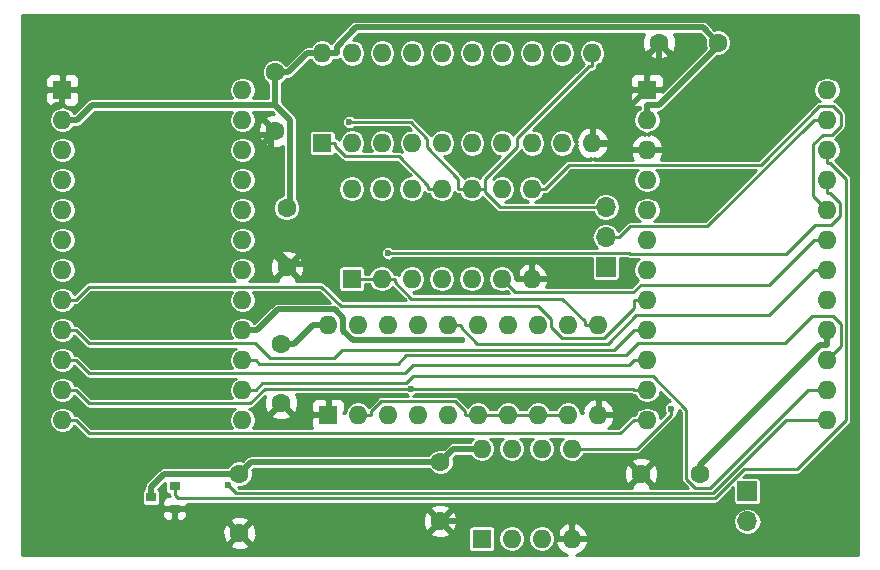
<source format=gtl>
G04 #@! TF.FileFunction,Copper,L1,Top,Signal*
%FSLAX46Y46*%
G04 Gerber Fmt 4.6, Leading zero omitted, Abs format (unit mm)*
G04 Created by KiCad (PCBNEW 4.0.7) date 09/03/18 17:01:03*
%MOMM*%
%LPD*%
G01*
G04 APERTURE LIST*
%ADD10C,0.100000*%
%ADD11C,1.600000*%
%ADD12R,1.600000X1.600000*%
%ADD13O,1.600000X1.600000*%
%ADD14R,1.700000X1.700000*%
%ADD15O,1.700000X1.700000*%
%ADD16R,0.900000X0.800000*%
%ADD17C,0.600000*%
%ADD18C,0.500000*%
%ADD19C,0.250000*%
%ADD20C,0.254000*%
G04 APERTURE END LIST*
D10*
D11*
X73000000Y-47000000D03*
X73000000Y-52000000D03*
X69000000Y-74500000D03*
X69000000Y-69500000D03*
X72000000Y-35500000D03*
X72000000Y-40500000D03*
X72500000Y-58500000D03*
X72500000Y-63500000D03*
X108000000Y-69500000D03*
X103000000Y-69500000D03*
X86000000Y-68500000D03*
X86000000Y-73500000D03*
X104500000Y-33000000D03*
X109500000Y-33000000D03*
D12*
X54000000Y-37000000D03*
D13*
X69240000Y-64940000D03*
X54000000Y-39540000D03*
X69240000Y-62400000D03*
X54000000Y-42080000D03*
X69240000Y-59860000D03*
X54000000Y-44620000D03*
X69240000Y-57320000D03*
X54000000Y-47160000D03*
X69240000Y-54780000D03*
X54000000Y-49700000D03*
X69240000Y-52240000D03*
X54000000Y-52240000D03*
X69240000Y-49700000D03*
X54000000Y-54780000D03*
X69240000Y-47160000D03*
X54000000Y-57320000D03*
X69240000Y-44620000D03*
X54000000Y-59860000D03*
X69240000Y-42080000D03*
X54000000Y-62400000D03*
X69240000Y-39540000D03*
X54000000Y-64940000D03*
X69240000Y-37000000D03*
D14*
X112000000Y-71000000D03*
D15*
X112000000Y-73540000D03*
D14*
X100000000Y-52000000D03*
D15*
X100000000Y-49460000D03*
X100000000Y-46920000D03*
D16*
X63500000Y-72450000D03*
X63500000Y-70550000D03*
X61500000Y-71500000D03*
D12*
X76000000Y-41500000D03*
D13*
X98860000Y-33880000D03*
X78540000Y-41500000D03*
X96320000Y-33880000D03*
X81080000Y-41500000D03*
X93780000Y-33880000D03*
X83620000Y-41500000D03*
X91240000Y-33880000D03*
X86160000Y-41500000D03*
X88700000Y-33880000D03*
X88700000Y-41500000D03*
X86160000Y-33880000D03*
X91240000Y-41500000D03*
X83620000Y-33880000D03*
X93780000Y-41500000D03*
X81080000Y-33880000D03*
X96320000Y-41500000D03*
X78540000Y-33880000D03*
X98860000Y-41500000D03*
X76000000Y-33880000D03*
D12*
X76500000Y-64500000D03*
D13*
X99360000Y-56880000D03*
X79040000Y-64500000D03*
X96820000Y-56880000D03*
X81580000Y-64500000D03*
X94280000Y-56880000D03*
X84120000Y-64500000D03*
X91740000Y-56880000D03*
X86660000Y-64500000D03*
X89200000Y-56880000D03*
X89200000Y-64500000D03*
X86660000Y-56880000D03*
X91740000Y-64500000D03*
X84120000Y-56880000D03*
X94280000Y-64500000D03*
X81580000Y-56880000D03*
X96820000Y-64500000D03*
X79040000Y-56880000D03*
X99360000Y-64500000D03*
X76500000Y-56880000D03*
D12*
X78500000Y-53000000D03*
D13*
X93740000Y-45380000D03*
X81040000Y-53000000D03*
X91200000Y-45380000D03*
X83580000Y-53000000D03*
X88660000Y-45380000D03*
X86120000Y-53000000D03*
X86120000Y-45380000D03*
X88660000Y-53000000D03*
X83580000Y-45380000D03*
X91200000Y-53000000D03*
X81040000Y-45380000D03*
X93740000Y-53000000D03*
X78500000Y-45380000D03*
D12*
X89500000Y-75000000D03*
D13*
X97120000Y-67380000D03*
X92040000Y-75000000D03*
X94580000Y-67380000D03*
X94580000Y-75000000D03*
X92040000Y-67380000D03*
X97120000Y-75000000D03*
X89500000Y-67380000D03*
D12*
X103500000Y-37000000D03*
D13*
X118740000Y-64940000D03*
X103500000Y-39540000D03*
X118740000Y-62400000D03*
X103500000Y-42080000D03*
X118740000Y-59860000D03*
X103500000Y-44620000D03*
X118740000Y-57320000D03*
X103500000Y-47160000D03*
X118740000Y-54780000D03*
X103500000Y-49700000D03*
X118740000Y-52240000D03*
X103500000Y-52240000D03*
X118740000Y-49700000D03*
X103500000Y-54780000D03*
X118740000Y-47160000D03*
X103500000Y-57320000D03*
X118740000Y-44620000D03*
X103500000Y-59860000D03*
X118740000Y-42080000D03*
X103500000Y-62400000D03*
X118740000Y-39540000D03*
X103500000Y-64940000D03*
X118740000Y-37000000D03*
D17*
X87800200Y-58216400D03*
X68069200Y-70456600D03*
X83497700Y-62327700D03*
X78311800Y-39725000D03*
X105576700Y-63980200D03*
X81597400Y-50819200D03*
D18*
X61500000Y-71500000D02*
X61500000Y-70649700D01*
X103500000Y-39540000D02*
X103500000Y-38289700D01*
X76000000Y-33880000D02*
X77250300Y-33880000D01*
X109500000Y-33270000D02*
X109500000Y-33000000D01*
X104480300Y-38289700D02*
X109500000Y-33270000D01*
X103500000Y-38289700D02*
X104480300Y-38289700D01*
X77250300Y-33336100D02*
X77250300Y-33880000D01*
X78882900Y-31703500D02*
X77250300Y-33336100D01*
X108203500Y-31703500D02*
X78882900Y-31703500D01*
X109500000Y-33000000D02*
X108203500Y-31703500D01*
X87120000Y-67380000D02*
X86000000Y-68500000D01*
X89500000Y-67380000D02*
X87120000Y-67380000D01*
X70000000Y-68500000D02*
X69000000Y-69500000D01*
X86000000Y-68500000D02*
X70000000Y-68500000D01*
X54000000Y-39540000D02*
X55250300Y-39540000D01*
X76000000Y-33880000D02*
X74749700Y-33880000D01*
X73129700Y-35500000D02*
X74749700Y-33880000D01*
X72000000Y-35500000D02*
X73129700Y-35500000D01*
X73629700Y-58500000D02*
X75249700Y-56880000D01*
X72500000Y-58500000D02*
X73629700Y-58500000D01*
X76500000Y-56880000D02*
X75249700Y-56880000D01*
X73256200Y-39545800D02*
X72000000Y-38289600D01*
X73256200Y-46743800D02*
X73256200Y-39545800D01*
X73000000Y-47000000D02*
X73256200Y-46743800D01*
X56500700Y-38289600D02*
X72000000Y-38289600D01*
X55250300Y-39540000D02*
X56500700Y-38289600D01*
X72000000Y-38289600D02*
X72000000Y-35500000D01*
X62649700Y-69500000D02*
X61500000Y-70649700D01*
X69000000Y-69500000D02*
X62649700Y-69500000D01*
X104500000Y-34749700D02*
X104500000Y-33000000D01*
X103500000Y-35749700D02*
X104500000Y-34749700D01*
X103500000Y-37000000D02*
X103500000Y-35749700D01*
X54000000Y-37000000D02*
X54000000Y-38250300D01*
X93740000Y-53000000D02*
X92489700Y-53000000D01*
X97120000Y-75000000D02*
X95869700Y-75000000D01*
X94913600Y-73500000D02*
X86000000Y-73500000D01*
X95869700Y-74456100D02*
X94913600Y-73500000D01*
X95869700Y-75000000D02*
X95869700Y-74456100D01*
X73260700Y-51739300D02*
X73000000Y-52000000D01*
X71690000Y-50168600D02*
X73260700Y-51739300D01*
X71690000Y-40810000D02*
X71690000Y-50168600D01*
X71690000Y-40810000D02*
X72000000Y-40500000D01*
X66950000Y-72450000D02*
X63500000Y-72450000D01*
X69000000Y-74500000D02*
X66950000Y-72450000D01*
X52749600Y-41516800D02*
X53456400Y-40810000D01*
X52749600Y-65492200D02*
X52749600Y-41516800D01*
X59707400Y-72450000D02*
X52749600Y-65492200D01*
X63500000Y-72450000D02*
X59707400Y-72450000D01*
X52695700Y-40049300D02*
X53456400Y-40810000D01*
X52695700Y-39007600D02*
X52695700Y-40049300D01*
X53453000Y-38250300D02*
X52695700Y-39007600D01*
X54000000Y-38250300D02*
X53453000Y-38250300D01*
X53456400Y-40810000D02*
X71690000Y-40810000D01*
X103500000Y-42080000D02*
X102249700Y-42080000D01*
X101669700Y-38830300D02*
X103500000Y-37000000D01*
X101669700Y-41500000D02*
X101669700Y-38830300D01*
X98860000Y-41500000D02*
X101669700Y-41500000D01*
X101669700Y-41500000D02*
X102249700Y-42080000D01*
X92489700Y-52453000D02*
X92489700Y-53000000D01*
X91776000Y-51739300D02*
X92489700Y-52453000D01*
X73260700Y-51739300D02*
X91776000Y-51739300D01*
X69240000Y-57320000D02*
X70490300Y-57320000D01*
X78603400Y-58216400D02*
X87800200Y-58216400D01*
X77770000Y-57383000D02*
X78603400Y-58216400D01*
X77770000Y-56298400D02*
X77770000Y-57383000D01*
X77053800Y-55582200D02*
X77770000Y-56298400D01*
X72228100Y-55582200D02*
X77053800Y-55582200D01*
X70490300Y-57320000D02*
X72228100Y-55582200D01*
X108000000Y-68763300D02*
X108000000Y-69500000D01*
X118193000Y-58570300D02*
X108000000Y-68763300D01*
X118740000Y-58570300D02*
X118193000Y-58570300D01*
X118740000Y-57320000D02*
X118740000Y-58570300D01*
D19*
X115234300Y-64940000D02*
X118740000Y-64940000D01*
X109055600Y-71118700D02*
X115234300Y-64940000D01*
X68731300Y-71118700D02*
X109055600Y-71118700D01*
X68069200Y-70456600D02*
X68731300Y-71118700D01*
X70934900Y-61830400D02*
X70365300Y-62400000D01*
X83110600Y-61830400D02*
X70934900Y-61830400D01*
X83677300Y-61263700D02*
X83110600Y-61830400D01*
X103970800Y-61263700D02*
X83677300Y-61263700D01*
X106816700Y-64109600D02*
X103970800Y-61263700D01*
X106816700Y-69910200D02*
X106816700Y-64109600D01*
X107574800Y-70668300D02*
X106816700Y-69910200D01*
X108869100Y-70668300D02*
X107574800Y-70668300D01*
X117137400Y-62400000D02*
X108869100Y-70668300D01*
X118740000Y-62400000D02*
X117137400Y-62400000D01*
X69240000Y-62400000D02*
X70365300Y-62400000D01*
X70677600Y-60172300D02*
X70365300Y-59860000D01*
X82432700Y-60172300D02*
X70677600Y-60172300D01*
X83136100Y-59468900D02*
X82432700Y-60172300D01*
X101721100Y-59468900D02*
X83136100Y-59468900D01*
X102744600Y-58445400D02*
X101721100Y-59468900D01*
X115219200Y-58445400D02*
X102744600Y-58445400D01*
X117515700Y-56148900D02*
X115219200Y-58445400D01*
X119214700Y-56148900D02*
X117515700Y-56148900D01*
X119906700Y-56840900D02*
X119214700Y-56148900D01*
X119906700Y-58693300D02*
X119906700Y-56840900D01*
X118740000Y-59860000D02*
X119906700Y-58693300D01*
X69240000Y-59860000D02*
X70365300Y-59860000D01*
X54000000Y-54780000D02*
X55125300Y-54780000D01*
X103500000Y-54780000D02*
X102374700Y-54780000D01*
X56256300Y-53649000D02*
X55125300Y-54780000D01*
X75934300Y-53649000D02*
X56256300Y-53649000D01*
X77565900Y-55280600D02*
X75934300Y-53649000D01*
X94272100Y-55280600D02*
X77565900Y-55280600D01*
X95405300Y-56413800D02*
X94272100Y-55280600D01*
X95405300Y-57084000D02*
X95405300Y-56413800D01*
X96326600Y-58005300D02*
X95405300Y-57084000D01*
X99852600Y-58005300D02*
X96326600Y-58005300D01*
X102374700Y-55483200D02*
X99852600Y-58005300D01*
X102374700Y-54780000D02*
X102374700Y-55483200D01*
X103500000Y-57320000D02*
X102374700Y-57320000D01*
X54000000Y-57320000D02*
X55125300Y-57320000D01*
X100676200Y-59018500D02*
X102374700Y-57320000D01*
X77638500Y-59018500D02*
X100676200Y-59018500D01*
X76991600Y-59665400D02*
X77638500Y-59018500D01*
X71548100Y-59665400D02*
X76991600Y-59665400D01*
X70328000Y-58445300D02*
X71548100Y-59665400D01*
X56250600Y-58445300D02*
X70328000Y-58445300D01*
X55125300Y-57320000D02*
X56250600Y-58445300D01*
X96820000Y-64500000D02*
X94280000Y-64500000D01*
X94280000Y-64500000D02*
X91740000Y-64500000D01*
X79040000Y-64500000D02*
X80165300Y-64500000D01*
X91740000Y-64500000D02*
X89200000Y-64500000D01*
X80165300Y-64218600D02*
X80165300Y-64500000D01*
X81009200Y-63374700D02*
X80165300Y-64218600D01*
X87230800Y-63374700D02*
X81009200Y-63374700D01*
X88074700Y-64218600D02*
X87230800Y-63374700D01*
X88074700Y-64500000D02*
X88074700Y-64218600D01*
X89200000Y-64500000D02*
X88074700Y-64500000D01*
X54000000Y-59860000D02*
X55125300Y-59860000D01*
X101977900Y-60256800D02*
X102374700Y-59860000D01*
X83702300Y-60256800D02*
X101977900Y-60256800D01*
X82973800Y-60985300D02*
X83702300Y-60256800D01*
X56250600Y-60985300D02*
X82973800Y-60985300D01*
X55125300Y-59860000D02*
X56250600Y-60985300D01*
X103500000Y-59860000D02*
X102374700Y-59860000D01*
X54000000Y-62400000D02*
X55125300Y-62400000D01*
X103500000Y-62400000D02*
X102374700Y-62400000D01*
X71136500Y-62327700D02*
X83497700Y-62327700D01*
X69914800Y-63549400D02*
X71136500Y-62327700D01*
X56274700Y-63549400D02*
X69914800Y-63549400D01*
X55125300Y-62400000D02*
X56274700Y-63549400D01*
X102302400Y-62327700D02*
X102374700Y-62400000D01*
X83497700Y-62327700D02*
X102302400Y-62327700D01*
X91044000Y-46920000D02*
X100000000Y-46920000D01*
X89785300Y-45661300D02*
X91044000Y-46920000D01*
X89785300Y-45380000D02*
X89785300Y-45661300D01*
X89785300Y-44549500D02*
X89785300Y-45380000D01*
X92510000Y-41824800D02*
X89785300Y-44549500D01*
X92510000Y-41074000D02*
X92510000Y-41824800D01*
X98578700Y-35005300D02*
X92510000Y-41074000D01*
X98860000Y-35005300D02*
X98578700Y-35005300D01*
X98860000Y-33880000D02*
X98860000Y-35005300D01*
X89222700Y-45380000D02*
X89785300Y-45380000D01*
X89222700Y-45380000D02*
X88660000Y-45380000D01*
X83496700Y-39725000D02*
X78311800Y-39725000D01*
X84890000Y-41118300D02*
X83496700Y-39725000D01*
X84890000Y-41862100D02*
X84890000Y-41118300D01*
X87534700Y-44506800D02*
X84890000Y-41862100D01*
X87534700Y-45380000D02*
X87534700Y-44506800D01*
X88660000Y-45380000D02*
X87534700Y-45380000D01*
X56250600Y-66065300D02*
X55125300Y-64940000D01*
X101249400Y-66065300D02*
X56250600Y-66065300D01*
X102374700Y-64940000D02*
X101249400Y-66065300D01*
X103500000Y-64940000D02*
X102374700Y-64940000D01*
X54000000Y-64940000D02*
X55125300Y-64940000D01*
X99360000Y-56880000D02*
X98234700Y-56880000D01*
X78500000Y-53000000D02*
X81040000Y-53000000D01*
X98234700Y-56598700D02*
X98234700Y-56880000D01*
X96314100Y-54678100D02*
X98234700Y-56598700D01*
X83562100Y-54678100D02*
X96314100Y-54678100D01*
X82165300Y-53281300D02*
X83562100Y-54678100D01*
X82165300Y-53000000D02*
X82165300Y-53281300D01*
X81040000Y-53000000D02*
X82165300Y-53000000D01*
X105576700Y-64487000D02*
X105576700Y-63980200D01*
X102683700Y-67380000D02*
X105576700Y-64487000D01*
X97120000Y-67380000D02*
X102683700Y-67380000D01*
X108588100Y-48566600D02*
X117614700Y-39540000D01*
X102068700Y-48566600D02*
X108588100Y-48566600D01*
X101175300Y-49460000D02*
X102068700Y-48566600D01*
X100000000Y-49460000D02*
X101175300Y-49460000D01*
X118740000Y-39540000D02*
X117614700Y-39540000D01*
X118740000Y-42080000D02*
X118740000Y-43205300D01*
X63500000Y-70550000D02*
X63500000Y-71275300D01*
X119021300Y-43205300D02*
X118740000Y-43205300D01*
X120362100Y-44546100D02*
X119021300Y-43205300D01*
X120362100Y-64979900D02*
X120362100Y-44546100D01*
X116227600Y-69114400D02*
X120362100Y-64979900D01*
X111696800Y-69114400D02*
X116227600Y-69114400D01*
X109242100Y-71569100D02*
X111696800Y-69114400D01*
X63793800Y-71569100D02*
X109242100Y-71569100D01*
X63500000Y-71275300D02*
X63793800Y-71569100D01*
X77125300Y-41781400D02*
X77125300Y-41500000D01*
X77969200Y-42625300D02*
X77125300Y-41781400D01*
X82521400Y-42625300D02*
X77969200Y-42625300D01*
X84994700Y-45098600D02*
X82521400Y-42625300D01*
X84994700Y-45380000D02*
X84994700Y-45098600D01*
X86120000Y-45380000D02*
X84994700Y-45380000D01*
X76000000Y-41500000D02*
X77125300Y-41500000D01*
X113804700Y-56050000D02*
X117614700Y-52240000D01*
X102586300Y-56050000D02*
X113804700Y-56050000D01*
X100160300Y-58476000D02*
X102586300Y-56050000D01*
X89151100Y-58476000D02*
X100160300Y-58476000D01*
X87785300Y-57110200D02*
X89151100Y-58476000D01*
X87785300Y-56880000D02*
X87785300Y-57110200D01*
X86660000Y-56880000D02*
X87785300Y-56880000D01*
X118740000Y-52240000D02*
X117614700Y-52240000D01*
X118740000Y-44620000D02*
X118740000Y-45745300D01*
X101976100Y-50819200D02*
X81597400Y-50819200D01*
X102051400Y-50894500D02*
X101976100Y-50819200D01*
X115263200Y-50894500D02*
X102051400Y-50894500D01*
X117727700Y-48430000D02*
X115263200Y-50894500D01*
X119091200Y-48430000D02*
X117727700Y-48430000D01*
X119865300Y-47655900D02*
X119091200Y-48430000D01*
X119865300Y-46589200D02*
X119865300Y-47655900D01*
X119021400Y-45745300D02*
X119865300Y-46589200D01*
X118740000Y-45745300D02*
X119021400Y-45745300D01*
X117582900Y-46002900D02*
X118740000Y-47160000D01*
X117582900Y-41605600D02*
X117582900Y-46002900D01*
X118378500Y-40810000D02*
X117582900Y-41605600D01*
X119142500Y-40810000D02*
X118378500Y-40810000D01*
X119891600Y-40060900D02*
X119142500Y-40810000D01*
X119891600Y-39038800D02*
X119891600Y-40060900D01*
X119231200Y-38378400D02*
X119891600Y-39038800D01*
X118101400Y-38378400D02*
X119231200Y-38378400D01*
X113129800Y-43350000D02*
X118101400Y-38378400D01*
X96895300Y-43350000D02*
X113129800Y-43350000D01*
X94865300Y-45380000D02*
X96895300Y-43350000D01*
X93740000Y-45380000D02*
X94865300Y-45380000D01*
X113804700Y-53510000D02*
X117614700Y-49700000D01*
X102969800Y-53510000D02*
X113804700Y-53510000D01*
X102354500Y-54125300D02*
X102969800Y-53510000D01*
X92325300Y-54125300D02*
X102354500Y-54125300D01*
X91200000Y-53000000D02*
X92325300Y-54125300D01*
X118740000Y-49700000D02*
X117614700Y-49700000D01*
D20*
G36*
X121373000Y-76373000D02*
X97514680Y-76373000D01*
X97857423Y-76231041D01*
X98272389Y-75855134D01*
X98511914Y-75349041D01*
X98390629Y-75127000D01*
X97247000Y-75127000D01*
X97247000Y-75147000D01*
X96993000Y-75147000D01*
X96993000Y-75127000D01*
X96973000Y-75127000D01*
X96973000Y-74873000D01*
X96993000Y-74873000D01*
X96993000Y-73730085D01*
X97247000Y-73730085D01*
X97247000Y-74873000D01*
X98390629Y-74873000D01*
X98511914Y-74650959D01*
X98272389Y-74144866D01*
X97857423Y-73768959D01*
X97469039Y-73608096D01*
X97247000Y-73730085D01*
X96993000Y-73730085D01*
X96770961Y-73608096D01*
X96382577Y-73768959D01*
X95967611Y-74144866D01*
X95728086Y-74650959D01*
X95849370Y-74872998D01*
X95686129Y-74872998D01*
X95621212Y-74546637D01*
X95376909Y-74181012D01*
X95011284Y-73936709D01*
X94580000Y-73850921D01*
X94148716Y-73936709D01*
X93783091Y-74181012D01*
X93538788Y-74546637D01*
X93453000Y-74977921D01*
X93453000Y-75022079D01*
X93538788Y-75453363D01*
X93783091Y-75818988D01*
X94148716Y-76063291D01*
X94580000Y-76149079D01*
X95011284Y-76063291D01*
X95376909Y-75818988D01*
X95621212Y-75453363D01*
X95686129Y-75127002D01*
X95849370Y-75127002D01*
X95728086Y-75349041D01*
X95967611Y-75855134D01*
X96382577Y-76231041D01*
X96725320Y-76373000D01*
X50627000Y-76373000D01*
X50627000Y-75507745D01*
X68171861Y-75507745D01*
X68245995Y-75753864D01*
X68783223Y-75946965D01*
X69353454Y-75919778D01*
X69754005Y-75753864D01*
X69828139Y-75507745D01*
X69000000Y-74679605D01*
X68171861Y-75507745D01*
X50627000Y-75507745D01*
X50627000Y-74283223D01*
X67553035Y-74283223D01*
X67580222Y-74853454D01*
X67746136Y-75254005D01*
X67992255Y-75328139D01*
X68820395Y-74500000D01*
X69179605Y-74500000D01*
X70007745Y-75328139D01*
X70253864Y-75254005D01*
X70446965Y-74716777D01*
X70436999Y-74507745D01*
X85171861Y-74507745D01*
X85245995Y-74753864D01*
X85783223Y-74946965D01*
X86353454Y-74919778D01*
X86754005Y-74753864D01*
X86828139Y-74507745D01*
X86000000Y-73679605D01*
X85171861Y-74507745D01*
X70436999Y-74507745D01*
X70419778Y-74146546D01*
X70253864Y-73745995D01*
X70007745Y-73671861D01*
X69179605Y-74500000D01*
X68820395Y-74500000D01*
X67992255Y-73671861D01*
X67746136Y-73745995D01*
X67553035Y-74283223D01*
X50627000Y-74283223D01*
X50627000Y-73492255D01*
X68171861Y-73492255D01*
X69000000Y-74320395D01*
X69828139Y-73492255D01*
X69765177Y-73283223D01*
X84553035Y-73283223D01*
X84580222Y-73853454D01*
X84746136Y-74254005D01*
X84992255Y-74328139D01*
X85820395Y-73500000D01*
X86179605Y-73500000D01*
X87007745Y-74328139D01*
X87253864Y-74254005D01*
X87273275Y-74200000D01*
X88366594Y-74200000D01*
X88366594Y-75800000D01*
X88389395Y-75921179D01*
X88461012Y-76032474D01*
X88570286Y-76107138D01*
X88700000Y-76133406D01*
X90300000Y-76133406D01*
X90421179Y-76110605D01*
X90532474Y-76038988D01*
X90607138Y-75929714D01*
X90633406Y-75800000D01*
X90633406Y-74977921D01*
X90913000Y-74977921D01*
X90913000Y-75022079D01*
X90998788Y-75453363D01*
X91243091Y-75818988D01*
X91608716Y-76063291D01*
X92040000Y-76149079D01*
X92471284Y-76063291D01*
X92836909Y-75818988D01*
X93081212Y-75453363D01*
X93167000Y-75022079D01*
X93167000Y-74977921D01*
X93081212Y-74546637D01*
X92836909Y-74181012D01*
X92471284Y-73936709D01*
X92040000Y-73850921D01*
X91608716Y-73936709D01*
X91243091Y-74181012D01*
X90998788Y-74546637D01*
X90913000Y-74977921D01*
X90633406Y-74977921D01*
X90633406Y-74200000D01*
X90610605Y-74078821D01*
X90538988Y-73967526D01*
X90429714Y-73892862D01*
X90300000Y-73866594D01*
X88700000Y-73866594D01*
X88578821Y-73889395D01*
X88467526Y-73961012D01*
X88392862Y-74070286D01*
X88366594Y-74200000D01*
X87273275Y-74200000D01*
X87446965Y-73716777D01*
X87438537Y-73540000D01*
X110799941Y-73540000D01*
X110889535Y-73990418D01*
X111144676Y-74372265D01*
X111526523Y-74627406D01*
X111976941Y-74717000D01*
X112023059Y-74717000D01*
X112473477Y-74627406D01*
X112855324Y-74372265D01*
X113110465Y-73990418D01*
X113200059Y-73540000D01*
X113110465Y-73089582D01*
X112855324Y-72707735D01*
X112473477Y-72452594D01*
X112023059Y-72363000D01*
X111976941Y-72363000D01*
X111526523Y-72452594D01*
X111144676Y-72707735D01*
X110889535Y-73089582D01*
X110799941Y-73540000D01*
X87438537Y-73540000D01*
X87419778Y-73146546D01*
X87253864Y-72745995D01*
X87007745Y-72671861D01*
X86179605Y-73500000D01*
X85820395Y-73500000D01*
X84992255Y-72671861D01*
X84746136Y-72745995D01*
X84553035Y-73283223D01*
X69765177Y-73283223D01*
X69754005Y-73246136D01*
X69216777Y-73053035D01*
X68646546Y-73080222D01*
X68245995Y-73246136D01*
X68171861Y-73492255D01*
X50627000Y-73492255D01*
X50627000Y-72735750D01*
X62415000Y-72735750D01*
X62415000Y-72976310D01*
X62511673Y-73209699D01*
X62690302Y-73388327D01*
X62923691Y-73485000D01*
X63214250Y-73485000D01*
X63373000Y-73326250D01*
X63373000Y-72577000D01*
X63627000Y-72577000D01*
X63627000Y-73326250D01*
X63785750Y-73485000D01*
X64076309Y-73485000D01*
X64309698Y-73388327D01*
X64488327Y-73209699D01*
X64585000Y-72976310D01*
X64585000Y-72735750D01*
X64426250Y-72577000D01*
X63627000Y-72577000D01*
X63373000Y-72577000D01*
X62573750Y-72577000D01*
X62415000Y-72735750D01*
X50627000Y-72735750D01*
X50627000Y-72492255D01*
X85171861Y-72492255D01*
X86000000Y-73320395D01*
X86828139Y-72492255D01*
X86754005Y-72246136D01*
X86216777Y-72053035D01*
X85646546Y-72080222D01*
X85245995Y-72246136D01*
X85171861Y-72492255D01*
X50627000Y-72492255D01*
X50627000Y-54780000D01*
X52850921Y-54780000D01*
X52936709Y-55211284D01*
X53181012Y-55576909D01*
X53546637Y-55821212D01*
X53977921Y-55907000D01*
X54022079Y-55907000D01*
X54453363Y-55821212D01*
X54818988Y-55576909D01*
X55049449Y-55232000D01*
X55125300Y-55232000D01*
X55298273Y-55197594D01*
X55444912Y-55099612D01*
X56443525Y-54101000D01*
X68342228Y-54101000D01*
X68176709Y-54348716D01*
X68090921Y-54780000D01*
X68176709Y-55211284D01*
X68421012Y-55576909D01*
X68786637Y-55821212D01*
X69217921Y-55907000D01*
X69262079Y-55907000D01*
X69693363Y-55821212D01*
X70058988Y-55576909D01*
X70303291Y-55211284D01*
X70389079Y-54780000D01*
X70303291Y-54348716D01*
X70137772Y-54101000D01*
X75747076Y-54101000D01*
X76651276Y-55005200D01*
X72228100Y-55005200D01*
X72007292Y-55049122D01*
X71820099Y-55174199D01*
X71820097Y-55174202D01*
X70251298Y-56743000D01*
X70205927Y-56743000D01*
X70058988Y-56523091D01*
X69693363Y-56278788D01*
X69262079Y-56193000D01*
X69217921Y-56193000D01*
X68786637Y-56278788D01*
X68421012Y-56523091D01*
X68176709Y-56888716D01*
X68090921Y-57320000D01*
X68176709Y-57751284D01*
X68338419Y-57993300D01*
X56437825Y-57993300D01*
X55444912Y-57000388D01*
X55298273Y-56902406D01*
X55125300Y-56868000D01*
X55049449Y-56868000D01*
X54818988Y-56523091D01*
X54453363Y-56278788D01*
X54022079Y-56193000D01*
X53977921Y-56193000D01*
X53546637Y-56278788D01*
X53181012Y-56523091D01*
X52936709Y-56888716D01*
X52850921Y-57320000D01*
X52936709Y-57751284D01*
X53181012Y-58116909D01*
X53546637Y-58361212D01*
X53977921Y-58447000D01*
X54022079Y-58447000D01*
X54453363Y-58361212D01*
X54818988Y-58116909D01*
X55004839Y-57838763D01*
X55930988Y-58764913D01*
X56077627Y-58862894D01*
X56250600Y-58897300D01*
X68669136Y-58897300D01*
X68421012Y-59063091D01*
X68176709Y-59428716D01*
X68090921Y-59860000D01*
X68176709Y-60291284D01*
X68338419Y-60533300D01*
X56437825Y-60533300D01*
X55444912Y-59540388D01*
X55298273Y-59442406D01*
X55125300Y-59408000D01*
X55049449Y-59408000D01*
X54818988Y-59063091D01*
X54453363Y-58818788D01*
X54022079Y-58733000D01*
X53977921Y-58733000D01*
X53546637Y-58818788D01*
X53181012Y-59063091D01*
X52936709Y-59428716D01*
X52850921Y-59860000D01*
X52936709Y-60291284D01*
X53181012Y-60656909D01*
X53546637Y-60901212D01*
X53977921Y-60987000D01*
X54022079Y-60987000D01*
X54453363Y-60901212D01*
X54818988Y-60656909D01*
X55004839Y-60378763D01*
X55930988Y-61304913D01*
X56011618Y-61358788D01*
X56077627Y-61402894D01*
X56250600Y-61437300D01*
X68669136Y-61437300D01*
X68421012Y-61603091D01*
X68176709Y-61968716D01*
X68090921Y-62400000D01*
X68176709Y-62831284D01*
X68354522Y-63097400D01*
X56461924Y-63097400D01*
X55444912Y-62080388D01*
X55298273Y-61982406D01*
X55125300Y-61948000D01*
X55049449Y-61948000D01*
X54818988Y-61603091D01*
X54453363Y-61358788D01*
X54022079Y-61273000D01*
X53977921Y-61273000D01*
X53546637Y-61358788D01*
X53181012Y-61603091D01*
X52936709Y-61968716D01*
X52850921Y-62400000D01*
X52936709Y-62831284D01*
X53181012Y-63196909D01*
X53546637Y-63441212D01*
X53977921Y-63527000D01*
X54022079Y-63527000D01*
X54453363Y-63441212D01*
X54818988Y-63196909D01*
X55004839Y-62918763D01*
X55955088Y-63869012D01*
X56101727Y-63966994D01*
X56274700Y-64001400D01*
X68633067Y-64001400D01*
X68421012Y-64143091D01*
X68176709Y-64508716D01*
X68090921Y-64940000D01*
X68176709Y-65371284D01*
X68338419Y-65613300D01*
X56437825Y-65613300D01*
X55444912Y-64620388D01*
X55298273Y-64522406D01*
X55125300Y-64488000D01*
X55049449Y-64488000D01*
X54818988Y-64143091D01*
X54453363Y-63898788D01*
X54022079Y-63813000D01*
X53977921Y-63813000D01*
X53546637Y-63898788D01*
X53181012Y-64143091D01*
X52936709Y-64508716D01*
X52850921Y-64940000D01*
X52936709Y-65371284D01*
X53181012Y-65736909D01*
X53546637Y-65981212D01*
X53977921Y-66067000D01*
X54022079Y-66067000D01*
X54453363Y-65981212D01*
X54818988Y-65736909D01*
X55004839Y-65458763D01*
X55930988Y-66384913D01*
X56077627Y-66482894D01*
X56250600Y-66517300D01*
X88768511Y-66517300D01*
X88703091Y-66561012D01*
X88541400Y-66803000D01*
X87120000Y-66803000D01*
X86899192Y-66846922D01*
X86711999Y-66971999D01*
X86711997Y-66972002D01*
X86285674Y-67398325D01*
X86225158Y-67373196D01*
X85776809Y-67372805D01*
X85362440Y-67544019D01*
X85045133Y-67860772D01*
X85019294Y-67923000D01*
X70000005Y-67923000D01*
X70000000Y-67922999D01*
X69779192Y-67966922D01*
X69591999Y-68091999D01*
X69591997Y-68092002D01*
X69285674Y-68398325D01*
X69225158Y-68373196D01*
X68776809Y-68372805D01*
X68362440Y-68544019D01*
X68045133Y-68860772D01*
X68019294Y-68923000D01*
X62649700Y-68923000D01*
X62428892Y-68966922D01*
X62241699Y-69091999D01*
X62241697Y-69092002D01*
X61091999Y-70241699D01*
X60966922Y-70428892D01*
X60922999Y-70649700D01*
X60923000Y-70649705D01*
X60923000Y-70793141D01*
X60817526Y-70861012D01*
X60742862Y-70970286D01*
X60716594Y-71100000D01*
X60716594Y-71900000D01*
X60739395Y-72021179D01*
X60811012Y-72132474D01*
X60920286Y-72207138D01*
X61050000Y-72233406D01*
X61950000Y-72233406D01*
X62071179Y-72210605D01*
X62182474Y-72138988D01*
X62257138Y-72029714D01*
X62283406Y-71900000D01*
X62283406Y-71100000D01*
X62260605Y-70978821D01*
X62188988Y-70867526D01*
X62135038Y-70830664D01*
X62716594Y-70249107D01*
X62716594Y-70950000D01*
X62739395Y-71071179D01*
X62811012Y-71182474D01*
X62920286Y-71257138D01*
X63049596Y-71283324D01*
X63075788Y-71415000D01*
X62923691Y-71415000D01*
X62690302Y-71511673D01*
X62511673Y-71690301D01*
X62415000Y-71923690D01*
X62415000Y-72164250D01*
X62573750Y-72323000D01*
X63373000Y-72323000D01*
X63373000Y-72303000D01*
X63627000Y-72303000D01*
X63627000Y-72323000D01*
X64426250Y-72323000D01*
X64585000Y-72164250D01*
X64585000Y-72021100D01*
X109242100Y-72021100D01*
X109415073Y-71986694D01*
X109561712Y-71888712D01*
X110816594Y-70633830D01*
X110816594Y-71850000D01*
X110839395Y-71971179D01*
X110911012Y-72082474D01*
X111020286Y-72157138D01*
X111150000Y-72183406D01*
X112850000Y-72183406D01*
X112971179Y-72160605D01*
X113082474Y-72088988D01*
X113157138Y-71979714D01*
X113183406Y-71850000D01*
X113183406Y-70150000D01*
X113160605Y-70028821D01*
X113088988Y-69917526D01*
X112979714Y-69842862D01*
X112850000Y-69816594D01*
X111633830Y-69816594D01*
X111884024Y-69566400D01*
X116227600Y-69566400D01*
X116400573Y-69531994D01*
X116547212Y-69434012D01*
X120681712Y-65299512D01*
X120779694Y-65152873D01*
X120814100Y-64979900D01*
X120814100Y-44546100D01*
X120779694Y-44373127D01*
X120681713Y-44226488D01*
X119422998Y-42967774D01*
X119558988Y-42876909D01*
X119803291Y-42511284D01*
X119889079Y-42080000D01*
X119803291Y-41648716D01*
X119558988Y-41283091D01*
X119395702Y-41173986D01*
X119462112Y-41129612D01*
X120211212Y-40380513D01*
X120309194Y-40233873D01*
X120309947Y-40230085D01*
X120343600Y-40060900D01*
X120343600Y-39038800D01*
X120309194Y-38865827D01*
X120285522Y-38830400D01*
X120211213Y-38719188D01*
X119550812Y-38058788D01*
X119404173Y-37960806D01*
X119334454Y-37946938D01*
X119558988Y-37796909D01*
X119803291Y-37431284D01*
X119889079Y-37000000D01*
X119803291Y-36568716D01*
X119558988Y-36203091D01*
X119193363Y-35958788D01*
X118762079Y-35873000D01*
X118717921Y-35873000D01*
X118286637Y-35958788D01*
X117921012Y-36203091D01*
X117676709Y-36568716D01*
X117590921Y-37000000D01*
X117676709Y-37431284D01*
X117921012Y-37796909D01*
X118114809Y-37926400D01*
X118101400Y-37926400D01*
X117928427Y-37960806D01*
X117781788Y-38058788D01*
X112942576Y-42898000D01*
X104658048Y-42898000D01*
X104731041Y-42817423D01*
X104891904Y-42429039D01*
X104769915Y-42207000D01*
X103627000Y-42207000D01*
X103627000Y-42227000D01*
X103373000Y-42227000D01*
X103373000Y-42207000D01*
X102230085Y-42207000D01*
X102108096Y-42429039D01*
X102268959Y-42817423D01*
X102341952Y-42898000D01*
X98987002Y-42898000D01*
X98987002Y-42769916D01*
X99209039Y-42891904D01*
X99597423Y-42731041D01*
X100012389Y-42355134D01*
X100251914Y-41849041D01*
X100130629Y-41627000D01*
X98987000Y-41627000D01*
X98987000Y-41647000D01*
X98733000Y-41647000D01*
X98733000Y-41627000D01*
X98713000Y-41627000D01*
X98713000Y-41373000D01*
X98733000Y-41373000D01*
X98733000Y-40230085D01*
X98987000Y-40230085D01*
X98987000Y-41373000D01*
X100130629Y-41373000D01*
X100251914Y-41150959D01*
X100012389Y-40644866D01*
X99597423Y-40268959D01*
X99209039Y-40108096D01*
X98987000Y-40230085D01*
X98733000Y-40230085D01*
X98510961Y-40108096D01*
X98122577Y-40268959D01*
X97707611Y-40644866D01*
X97468086Y-41150959D01*
X97589370Y-41372998D01*
X97426129Y-41372998D01*
X97361212Y-41046637D01*
X97116909Y-40681012D01*
X96751284Y-40436709D01*
X96320000Y-40350921D01*
X95888716Y-40436709D01*
X95523091Y-40681012D01*
X95278788Y-41046637D01*
X95193000Y-41477921D01*
X95193000Y-41522079D01*
X95278788Y-41953363D01*
X95523091Y-42318988D01*
X95888716Y-42563291D01*
X96320000Y-42649079D01*
X96751284Y-42563291D01*
X97116909Y-42318988D01*
X97361212Y-41953363D01*
X97426129Y-41627002D01*
X97589370Y-41627002D01*
X97468086Y-41849041D01*
X97707611Y-42355134D01*
X98122577Y-42731041D01*
X98510961Y-42891904D01*
X98732998Y-42769916D01*
X98732998Y-42898000D01*
X96895300Y-42898000D01*
X96722327Y-42932406D01*
X96575688Y-43030387D01*
X94740447Y-44865629D01*
X94536909Y-44561012D01*
X94171284Y-44316709D01*
X93740000Y-44230921D01*
X93308716Y-44316709D01*
X92943091Y-44561012D01*
X92698788Y-44926637D01*
X92613000Y-45357921D01*
X92613000Y-45402079D01*
X92698788Y-45833363D01*
X92943091Y-46198988D01*
X93308716Y-46443291D01*
X93432936Y-46468000D01*
X91507064Y-46468000D01*
X91631284Y-46443291D01*
X91996909Y-46198988D01*
X92241212Y-45833363D01*
X92327000Y-45402079D01*
X92327000Y-45357921D01*
X92241212Y-44926637D01*
X91996909Y-44561012D01*
X91631284Y-44316709D01*
X91200000Y-44230921D01*
X90768716Y-44316709D01*
X90432990Y-44541034D01*
X92829612Y-42144412D01*
X92848028Y-42116851D01*
X92983091Y-42318988D01*
X93348716Y-42563291D01*
X93780000Y-42649079D01*
X94211284Y-42563291D01*
X94576909Y-42318988D01*
X94821212Y-41953363D01*
X94907000Y-41522079D01*
X94907000Y-41477921D01*
X94821212Y-41046637D01*
X94576909Y-40681012D01*
X94211284Y-40436709D01*
X93856989Y-40366235D01*
X98149534Y-36073690D01*
X102065000Y-36073690D01*
X102065000Y-36714250D01*
X102223750Y-36873000D01*
X103373000Y-36873000D01*
X103373000Y-35723750D01*
X103627000Y-35723750D01*
X103627000Y-36873000D01*
X104776250Y-36873000D01*
X104935000Y-36714250D01*
X104935000Y-36073690D01*
X104838327Y-35840301D01*
X104659698Y-35661673D01*
X104426309Y-35565000D01*
X103785750Y-35565000D01*
X103627000Y-35723750D01*
X103373000Y-35723750D01*
X103214250Y-35565000D01*
X102573691Y-35565000D01*
X102340302Y-35661673D01*
X102161673Y-35840301D01*
X102065000Y-36073690D01*
X98149534Y-36073690D01*
X98765924Y-35457300D01*
X98860000Y-35457300D01*
X99032973Y-35422894D01*
X99179612Y-35324912D01*
X99277594Y-35178273D01*
X99312000Y-35005300D01*
X99312000Y-34929449D01*
X99656909Y-34698988D01*
X99901212Y-34333363D01*
X99965981Y-34007745D01*
X103671861Y-34007745D01*
X103745995Y-34253864D01*
X104283223Y-34446965D01*
X104853454Y-34419778D01*
X105254005Y-34253864D01*
X105328139Y-34007745D01*
X104500000Y-33179605D01*
X103671861Y-34007745D01*
X99965981Y-34007745D01*
X99987000Y-33902079D01*
X99987000Y-33857921D01*
X99901212Y-33426637D01*
X99656909Y-33061012D01*
X99291284Y-32816709D01*
X98860000Y-32730921D01*
X98428716Y-32816709D01*
X98063091Y-33061012D01*
X97818788Y-33426637D01*
X97733000Y-33857921D01*
X97733000Y-33902079D01*
X97818788Y-34333363D01*
X98063091Y-34698988D01*
X98172610Y-34772166D01*
X92190388Y-40754388D01*
X92138162Y-40832548D01*
X92036909Y-40681012D01*
X91671284Y-40436709D01*
X91240000Y-40350921D01*
X90808716Y-40436709D01*
X90443091Y-40681012D01*
X90198788Y-41046637D01*
X90113000Y-41477921D01*
X90113000Y-41522079D01*
X90198788Y-41953363D01*
X90443091Y-42318988D01*
X90808716Y-42563291D01*
X91078601Y-42616975D01*
X89465688Y-44229888D01*
X89367706Y-44376527D01*
X89345780Y-44486758D01*
X89091284Y-44316709D01*
X88660000Y-44230921D01*
X88228716Y-44316709D01*
X87981717Y-44481749D01*
X87952294Y-44333827D01*
X87880572Y-44226488D01*
X87854313Y-44187188D01*
X86290288Y-42623163D01*
X86591284Y-42563291D01*
X86956909Y-42318988D01*
X87201212Y-41953363D01*
X87287000Y-41522079D01*
X87287000Y-41477921D01*
X87573000Y-41477921D01*
X87573000Y-41522079D01*
X87658788Y-41953363D01*
X87903091Y-42318988D01*
X88268716Y-42563291D01*
X88700000Y-42649079D01*
X89131284Y-42563291D01*
X89496909Y-42318988D01*
X89741212Y-41953363D01*
X89827000Y-41522079D01*
X89827000Y-41477921D01*
X89741212Y-41046637D01*
X89496909Y-40681012D01*
X89131284Y-40436709D01*
X88700000Y-40350921D01*
X88268716Y-40436709D01*
X87903091Y-40681012D01*
X87658788Y-41046637D01*
X87573000Y-41477921D01*
X87287000Y-41477921D01*
X87201212Y-41046637D01*
X86956909Y-40681012D01*
X86591284Y-40436709D01*
X86160000Y-40350921D01*
X85728716Y-40436709D01*
X85363091Y-40681012D01*
X85247037Y-40854698D01*
X85209612Y-40798688D01*
X83816312Y-39405388D01*
X83669673Y-39307406D01*
X83496700Y-39273000D01*
X78746528Y-39273000D01*
X78667431Y-39193765D01*
X78437065Y-39098109D01*
X78187629Y-39097891D01*
X77957097Y-39193145D01*
X77780565Y-39369369D01*
X77684909Y-39599735D01*
X77684691Y-39849171D01*
X77779945Y-40079703D01*
X77956169Y-40256235D01*
X78186535Y-40351891D01*
X78435971Y-40352109D01*
X78666503Y-40256855D01*
X78746498Y-40177000D01*
X83309476Y-40177000D01*
X83506061Y-40373585D01*
X83188716Y-40436709D01*
X82823091Y-40681012D01*
X82578788Y-41046637D01*
X82493000Y-41477921D01*
X82493000Y-41522079D01*
X82578788Y-41953363D01*
X82792582Y-42273328D01*
X82694373Y-42207706D01*
X82521400Y-42173300D01*
X81974255Y-42173300D01*
X82121212Y-41953363D01*
X82207000Y-41522079D01*
X82207000Y-41477921D01*
X82121212Y-41046637D01*
X81876909Y-40681012D01*
X81511284Y-40436709D01*
X81080000Y-40350921D01*
X80648716Y-40436709D01*
X80283091Y-40681012D01*
X80038788Y-41046637D01*
X79953000Y-41477921D01*
X79953000Y-41522079D01*
X80038788Y-41953363D01*
X80185745Y-42173300D01*
X79434255Y-42173300D01*
X79581212Y-41953363D01*
X79667000Y-41522079D01*
X79667000Y-41477921D01*
X79581212Y-41046637D01*
X79336909Y-40681012D01*
X78971284Y-40436709D01*
X78540000Y-40350921D01*
X78108716Y-40436709D01*
X77743091Y-40681012D01*
X77498788Y-41046637D01*
X77465927Y-41211839D01*
X77444912Y-41180388D01*
X77298273Y-41082406D01*
X77133406Y-41049612D01*
X77133406Y-40700000D01*
X77110605Y-40578821D01*
X77038988Y-40467526D01*
X76929714Y-40392862D01*
X76800000Y-40366594D01*
X75200000Y-40366594D01*
X75078821Y-40389395D01*
X74967526Y-40461012D01*
X74892862Y-40570286D01*
X74866594Y-40700000D01*
X74866594Y-42300000D01*
X74889395Y-42421179D01*
X74961012Y-42532474D01*
X75070286Y-42607138D01*
X75200000Y-42633406D01*
X76800000Y-42633406D01*
X76921179Y-42610605D01*
X77032474Y-42538988D01*
X77107138Y-42429714D01*
X77111727Y-42407051D01*
X77649588Y-42944912D01*
X77796227Y-43042894D01*
X77969200Y-43077300D01*
X82334176Y-43077300D01*
X83503094Y-44246219D01*
X83148716Y-44316709D01*
X82783091Y-44561012D01*
X82538788Y-44926637D01*
X82453000Y-45357921D01*
X82453000Y-45402079D01*
X82538788Y-45833363D01*
X82783091Y-46198988D01*
X83148716Y-46443291D01*
X83580000Y-46529079D01*
X84011284Y-46443291D01*
X84376909Y-46198988D01*
X84621212Y-45833363D01*
X84654073Y-45668161D01*
X84675088Y-45699612D01*
X84821727Y-45797594D01*
X84994700Y-45832000D01*
X85078517Y-45832000D01*
X85078788Y-45833363D01*
X85323091Y-46198988D01*
X85688716Y-46443291D01*
X86120000Y-46529079D01*
X86551284Y-46443291D01*
X86916909Y-46198988D01*
X87161212Y-45833363D01*
X87194073Y-45668161D01*
X87215088Y-45699612D01*
X87361727Y-45797594D01*
X87534700Y-45832000D01*
X87618517Y-45832000D01*
X87618788Y-45833363D01*
X87863091Y-46198988D01*
X88228716Y-46443291D01*
X88660000Y-46529079D01*
X89091284Y-46443291D01*
X89456909Y-46198988D01*
X89547774Y-46062998D01*
X90724388Y-47239613D01*
X90871027Y-47337594D01*
X91044000Y-47372000D01*
X98890592Y-47372000D01*
X99144676Y-47752265D01*
X99526523Y-48007406D01*
X99976941Y-48097000D01*
X100023059Y-48097000D01*
X100473477Y-48007406D01*
X100855324Y-47752265D01*
X101110465Y-47370418D01*
X101200059Y-46920000D01*
X101110465Y-46469582D01*
X100855324Y-46087735D01*
X100473477Y-45832594D01*
X100023059Y-45743000D01*
X99976941Y-45743000D01*
X99526523Y-45832594D01*
X99144676Y-46087735D01*
X98890592Y-46468000D01*
X94047064Y-46468000D01*
X94171284Y-46443291D01*
X94536909Y-46198988D01*
X94781212Y-45833363D01*
X94781483Y-45832000D01*
X94865300Y-45832000D01*
X95038273Y-45797594D01*
X95184912Y-45699612D01*
X97082525Y-43802000D01*
X102712577Y-43802000D01*
X102681012Y-43823091D01*
X102436709Y-44188716D01*
X102350921Y-44620000D01*
X102436709Y-45051284D01*
X102681012Y-45416909D01*
X103046637Y-45661212D01*
X103477921Y-45747000D01*
X103522079Y-45747000D01*
X103953363Y-45661212D01*
X104318988Y-45416909D01*
X104563291Y-45051284D01*
X104649079Y-44620000D01*
X104563291Y-44188716D01*
X104318988Y-43823091D01*
X104287423Y-43802000D01*
X112713476Y-43802000D01*
X108400876Y-48114600D01*
X104082987Y-48114600D01*
X104318988Y-47956909D01*
X104563291Y-47591284D01*
X104649079Y-47160000D01*
X104563291Y-46728716D01*
X104318988Y-46363091D01*
X103953363Y-46118788D01*
X103522079Y-46033000D01*
X103477921Y-46033000D01*
X103046637Y-46118788D01*
X102681012Y-46363091D01*
X102436709Y-46728716D01*
X102350921Y-47160000D01*
X102436709Y-47591284D01*
X102681012Y-47956909D01*
X102917013Y-48114600D01*
X102068700Y-48114600D01*
X101895727Y-48149006D01*
X101749087Y-48246988D01*
X101060809Y-48935267D01*
X100855324Y-48627735D01*
X100473477Y-48372594D01*
X100023059Y-48283000D01*
X99976941Y-48283000D01*
X99526523Y-48372594D01*
X99144676Y-48627735D01*
X98889535Y-49009582D01*
X98799941Y-49460000D01*
X98889535Y-49910418D01*
X99144676Y-50292265D01*
X99256825Y-50367200D01*
X82032128Y-50367200D01*
X81953031Y-50287965D01*
X81722665Y-50192309D01*
X81473229Y-50192091D01*
X81242697Y-50287345D01*
X81066165Y-50463569D01*
X80970509Y-50693935D01*
X80970291Y-50943371D01*
X81065545Y-51173903D01*
X81241769Y-51350435D01*
X81472135Y-51446091D01*
X81721571Y-51446309D01*
X81952103Y-51351055D01*
X82032098Y-51271200D01*
X98816594Y-51271200D01*
X98816594Y-52850000D01*
X98839395Y-52971179D01*
X98911012Y-53082474D01*
X99020286Y-53157138D01*
X99150000Y-53183406D01*
X100850000Y-53183406D01*
X100971179Y-53160605D01*
X101082474Y-53088988D01*
X101157138Y-52979714D01*
X101183406Y-52850000D01*
X101183406Y-51271200D01*
X101817225Y-51271200D01*
X101878427Y-51312094D01*
X102051400Y-51346500D01*
X102825571Y-51346500D01*
X102681012Y-51443091D01*
X102436709Y-51808716D01*
X102350921Y-52240000D01*
X102436709Y-52671284D01*
X102681012Y-53036909D01*
X102780448Y-53103350D01*
X102650188Y-53190387D01*
X102167276Y-53673300D01*
X94978448Y-53673300D01*
X95131914Y-53349041D01*
X95010629Y-53127000D01*
X93867000Y-53127000D01*
X93867000Y-53147000D01*
X93613000Y-53147000D01*
X93613000Y-53127000D01*
X93593000Y-53127000D01*
X93593000Y-52873000D01*
X93613000Y-52873000D01*
X93613000Y-51730085D01*
X93867000Y-51730085D01*
X93867000Y-52873000D01*
X95010629Y-52873000D01*
X95131914Y-52650959D01*
X94892389Y-52144866D01*
X94477423Y-51768959D01*
X94089039Y-51608096D01*
X93867000Y-51730085D01*
X93613000Y-51730085D01*
X93390961Y-51608096D01*
X93002577Y-51768959D01*
X92587611Y-52144866D01*
X92348086Y-52650959D01*
X92469370Y-52872998D01*
X92306129Y-52872998D01*
X92241212Y-52546637D01*
X91996909Y-52181012D01*
X91631284Y-51936709D01*
X91200000Y-51850921D01*
X90768716Y-51936709D01*
X90403091Y-52181012D01*
X90158788Y-52546637D01*
X90073000Y-52977921D01*
X90073000Y-53022079D01*
X90158788Y-53453363D01*
X90403091Y-53818988D01*
X90768716Y-54063291D01*
X91200000Y-54149079D01*
X91625264Y-54064488D01*
X91786875Y-54226100D01*
X83749325Y-54226100D01*
X83656990Y-54133765D01*
X84011284Y-54063291D01*
X84376909Y-53818988D01*
X84621212Y-53453363D01*
X84707000Y-53022079D01*
X84707000Y-52977921D01*
X84993000Y-52977921D01*
X84993000Y-53022079D01*
X85078788Y-53453363D01*
X85323091Y-53818988D01*
X85688716Y-54063291D01*
X86120000Y-54149079D01*
X86551284Y-54063291D01*
X86916909Y-53818988D01*
X87161212Y-53453363D01*
X87247000Y-53022079D01*
X87247000Y-52977921D01*
X87533000Y-52977921D01*
X87533000Y-53022079D01*
X87618788Y-53453363D01*
X87863091Y-53818988D01*
X88228716Y-54063291D01*
X88660000Y-54149079D01*
X89091284Y-54063291D01*
X89456909Y-53818988D01*
X89701212Y-53453363D01*
X89787000Y-53022079D01*
X89787000Y-52977921D01*
X89701212Y-52546637D01*
X89456909Y-52181012D01*
X89091284Y-51936709D01*
X88660000Y-51850921D01*
X88228716Y-51936709D01*
X87863091Y-52181012D01*
X87618788Y-52546637D01*
X87533000Y-52977921D01*
X87247000Y-52977921D01*
X87161212Y-52546637D01*
X86916909Y-52181012D01*
X86551284Y-51936709D01*
X86120000Y-51850921D01*
X85688716Y-51936709D01*
X85323091Y-52181012D01*
X85078788Y-52546637D01*
X84993000Y-52977921D01*
X84707000Y-52977921D01*
X84621212Y-52546637D01*
X84376909Y-52181012D01*
X84011284Y-51936709D01*
X83580000Y-51850921D01*
X83148716Y-51936709D01*
X82783091Y-52181012D01*
X82538788Y-52546637D01*
X82505927Y-52711839D01*
X82484912Y-52680388D01*
X82338273Y-52582406D01*
X82165300Y-52548000D01*
X82081483Y-52548000D01*
X82081212Y-52546637D01*
X81836909Y-52181012D01*
X81471284Y-51936709D01*
X81040000Y-51850921D01*
X80608716Y-51936709D01*
X80243091Y-52181012D01*
X79998788Y-52546637D01*
X79998517Y-52548000D01*
X79633406Y-52548000D01*
X79633406Y-52200000D01*
X79610605Y-52078821D01*
X79538988Y-51967526D01*
X79429714Y-51892862D01*
X79300000Y-51866594D01*
X77700000Y-51866594D01*
X77578821Y-51889395D01*
X77467526Y-51961012D01*
X77392862Y-52070286D01*
X77366594Y-52200000D01*
X77366594Y-53800000D01*
X77389395Y-53921179D01*
X77461012Y-54032474D01*
X77570286Y-54107138D01*
X77700000Y-54133406D01*
X79300000Y-54133406D01*
X79421179Y-54110605D01*
X79532474Y-54038988D01*
X79607138Y-53929714D01*
X79633406Y-53800000D01*
X79633406Y-53452000D01*
X79998517Y-53452000D01*
X79998788Y-53453363D01*
X80243091Y-53818988D01*
X80608716Y-54063291D01*
X81040000Y-54149079D01*
X81471284Y-54063291D01*
X81836909Y-53818988D01*
X81927774Y-53682998D01*
X83073375Y-54828600D01*
X77753124Y-54828600D01*
X76253912Y-53329388D01*
X76107273Y-53231406D01*
X75934300Y-53197000D01*
X73771133Y-53197000D01*
X73828139Y-53007745D01*
X73000000Y-52179605D01*
X72171861Y-53007745D01*
X72228867Y-53197000D01*
X69819395Y-53197000D01*
X70058988Y-53036909D01*
X70303291Y-52671284D01*
X70389079Y-52240000D01*
X70303291Y-51808716D01*
X70286258Y-51783223D01*
X71553035Y-51783223D01*
X71580222Y-52353454D01*
X71746136Y-52754005D01*
X71992255Y-52828139D01*
X72820395Y-52000000D01*
X73179605Y-52000000D01*
X74007745Y-52828139D01*
X74253864Y-52754005D01*
X74446965Y-52216777D01*
X74419778Y-51646546D01*
X74253864Y-51245995D01*
X74007745Y-51171861D01*
X73179605Y-52000000D01*
X72820395Y-52000000D01*
X71992255Y-51171861D01*
X71746136Y-51245995D01*
X71553035Y-51783223D01*
X70286258Y-51783223D01*
X70058988Y-51443091D01*
X69693363Y-51198788D01*
X69262079Y-51113000D01*
X69217921Y-51113000D01*
X68786637Y-51198788D01*
X68421012Y-51443091D01*
X68176709Y-51808716D01*
X68090921Y-52240000D01*
X68176709Y-52671284D01*
X68421012Y-53036909D01*
X68660605Y-53197000D01*
X56256300Y-53197000D01*
X56083327Y-53231406D01*
X55936688Y-53329387D01*
X55004839Y-54261237D01*
X54818988Y-53983091D01*
X54453363Y-53738788D01*
X54022079Y-53653000D01*
X53977921Y-53653000D01*
X53546637Y-53738788D01*
X53181012Y-53983091D01*
X52936709Y-54348716D01*
X52850921Y-54780000D01*
X50627000Y-54780000D01*
X50627000Y-52240000D01*
X52850921Y-52240000D01*
X52936709Y-52671284D01*
X53181012Y-53036909D01*
X53546637Y-53281212D01*
X53977921Y-53367000D01*
X54022079Y-53367000D01*
X54453363Y-53281212D01*
X54818988Y-53036909D01*
X55063291Y-52671284D01*
X55149079Y-52240000D01*
X55063291Y-51808716D01*
X54818988Y-51443091D01*
X54453363Y-51198788D01*
X54022079Y-51113000D01*
X53977921Y-51113000D01*
X53546637Y-51198788D01*
X53181012Y-51443091D01*
X52936709Y-51808716D01*
X52850921Y-52240000D01*
X50627000Y-52240000D01*
X50627000Y-50992255D01*
X72171861Y-50992255D01*
X73000000Y-51820395D01*
X73828139Y-50992255D01*
X73754005Y-50746136D01*
X73216777Y-50553035D01*
X72646546Y-50580222D01*
X72245995Y-50746136D01*
X72171861Y-50992255D01*
X50627000Y-50992255D01*
X50627000Y-49700000D01*
X52850921Y-49700000D01*
X52936709Y-50131284D01*
X53181012Y-50496909D01*
X53546637Y-50741212D01*
X53977921Y-50827000D01*
X54022079Y-50827000D01*
X54453363Y-50741212D01*
X54818988Y-50496909D01*
X55063291Y-50131284D01*
X55149079Y-49700000D01*
X68090921Y-49700000D01*
X68176709Y-50131284D01*
X68421012Y-50496909D01*
X68786637Y-50741212D01*
X69217921Y-50827000D01*
X69262079Y-50827000D01*
X69693363Y-50741212D01*
X70058988Y-50496909D01*
X70303291Y-50131284D01*
X70389079Y-49700000D01*
X70303291Y-49268716D01*
X70058988Y-48903091D01*
X69693363Y-48658788D01*
X69262079Y-48573000D01*
X69217921Y-48573000D01*
X68786637Y-48658788D01*
X68421012Y-48903091D01*
X68176709Y-49268716D01*
X68090921Y-49700000D01*
X55149079Y-49700000D01*
X55063291Y-49268716D01*
X54818988Y-48903091D01*
X54453363Y-48658788D01*
X54022079Y-48573000D01*
X53977921Y-48573000D01*
X53546637Y-48658788D01*
X53181012Y-48903091D01*
X52936709Y-49268716D01*
X52850921Y-49700000D01*
X50627000Y-49700000D01*
X50627000Y-47160000D01*
X52850921Y-47160000D01*
X52936709Y-47591284D01*
X53181012Y-47956909D01*
X53546637Y-48201212D01*
X53977921Y-48287000D01*
X54022079Y-48287000D01*
X54453363Y-48201212D01*
X54818988Y-47956909D01*
X55063291Y-47591284D01*
X55149079Y-47160000D01*
X68090921Y-47160000D01*
X68176709Y-47591284D01*
X68421012Y-47956909D01*
X68786637Y-48201212D01*
X69217921Y-48287000D01*
X69262079Y-48287000D01*
X69693363Y-48201212D01*
X70058988Y-47956909D01*
X70303291Y-47591284D01*
X70389079Y-47160000D01*
X70303291Y-46728716D01*
X70058988Y-46363091D01*
X69693363Y-46118788D01*
X69262079Y-46033000D01*
X69217921Y-46033000D01*
X68786637Y-46118788D01*
X68421012Y-46363091D01*
X68176709Y-46728716D01*
X68090921Y-47160000D01*
X55149079Y-47160000D01*
X55063291Y-46728716D01*
X54818988Y-46363091D01*
X54453363Y-46118788D01*
X54022079Y-46033000D01*
X53977921Y-46033000D01*
X53546637Y-46118788D01*
X53181012Y-46363091D01*
X52936709Y-46728716D01*
X52850921Y-47160000D01*
X50627000Y-47160000D01*
X50627000Y-44620000D01*
X52850921Y-44620000D01*
X52936709Y-45051284D01*
X53181012Y-45416909D01*
X53546637Y-45661212D01*
X53977921Y-45747000D01*
X54022079Y-45747000D01*
X54453363Y-45661212D01*
X54818988Y-45416909D01*
X55063291Y-45051284D01*
X55149079Y-44620000D01*
X68090921Y-44620000D01*
X68176709Y-45051284D01*
X68421012Y-45416909D01*
X68786637Y-45661212D01*
X69217921Y-45747000D01*
X69262079Y-45747000D01*
X69693363Y-45661212D01*
X70058988Y-45416909D01*
X70303291Y-45051284D01*
X70389079Y-44620000D01*
X70303291Y-44188716D01*
X70058988Y-43823091D01*
X69693363Y-43578788D01*
X69262079Y-43493000D01*
X69217921Y-43493000D01*
X68786637Y-43578788D01*
X68421012Y-43823091D01*
X68176709Y-44188716D01*
X68090921Y-44620000D01*
X55149079Y-44620000D01*
X55063291Y-44188716D01*
X54818988Y-43823091D01*
X54453363Y-43578788D01*
X54022079Y-43493000D01*
X53977921Y-43493000D01*
X53546637Y-43578788D01*
X53181012Y-43823091D01*
X52936709Y-44188716D01*
X52850921Y-44620000D01*
X50627000Y-44620000D01*
X50627000Y-42080000D01*
X52850921Y-42080000D01*
X52936709Y-42511284D01*
X53181012Y-42876909D01*
X53546637Y-43121212D01*
X53977921Y-43207000D01*
X54022079Y-43207000D01*
X54453363Y-43121212D01*
X54818988Y-42876909D01*
X55063291Y-42511284D01*
X55149079Y-42080000D01*
X68090921Y-42080000D01*
X68176709Y-42511284D01*
X68421012Y-42876909D01*
X68786637Y-43121212D01*
X69217921Y-43207000D01*
X69262079Y-43207000D01*
X69693363Y-43121212D01*
X70058988Y-42876909D01*
X70303291Y-42511284D01*
X70389079Y-42080000D01*
X70303291Y-41648716D01*
X70058988Y-41283091D01*
X69693363Y-41038788D01*
X69262079Y-40953000D01*
X69217921Y-40953000D01*
X68786637Y-41038788D01*
X68421012Y-41283091D01*
X68176709Y-41648716D01*
X68090921Y-42080000D01*
X55149079Y-42080000D01*
X55063291Y-41648716D01*
X54818988Y-41283091D01*
X54453363Y-41038788D01*
X54022079Y-40953000D01*
X53977921Y-40953000D01*
X53546637Y-41038788D01*
X53181012Y-41283091D01*
X52936709Y-41648716D01*
X52850921Y-42080000D01*
X50627000Y-42080000D01*
X50627000Y-37285750D01*
X52565000Y-37285750D01*
X52565000Y-37926310D01*
X52661673Y-38159699D01*
X52840302Y-38338327D01*
X53073691Y-38435000D01*
X53714250Y-38435000D01*
X53872998Y-38276252D01*
X53872998Y-38433871D01*
X53546637Y-38498788D01*
X53181012Y-38743091D01*
X52936709Y-39108716D01*
X52850921Y-39540000D01*
X52936709Y-39971284D01*
X53181012Y-40336909D01*
X53546637Y-40581212D01*
X53977921Y-40667000D01*
X54022079Y-40667000D01*
X54453363Y-40581212D01*
X54818988Y-40336909D01*
X54965927Y-40117000D01*
X55250295Y-40117000D01*
X55250300Y-40117001D01*
X55471108Y-40073078D01*
X55658301Y-39948001D01*
X56739701Y-38866600D01*
X68338486Y-38866600D01*
X68176709Y-39108716D01*
X68090921Y-39540000D01*
X68176709Y-39971284D01*
X68421012Y-40336909D01*
X68786637Y-40581212D01*
X69217921Y-40667000D01*
X69262079Y-40667000D01*
X69693363Y-40581212D01*
X70058988Y-40336909D01*
X70094859Y-40283223D01*
X70553035Y-40283223D01*
X70580222Y-40853454D01*
X70746136Y-41254005D01*
X70992255Y-41328139D01*
X71820395Y-40500000D01*
X70992255Y-39671861D01*
X70746136Y-39745995D01*
X70553035Y-40283223D01*
X70094859Y-40283223D01*
X70303291Y-39971284D01*
X70389079Y-39540000D01*
X70303291Y-39108716D01*
X70141514Y-38866600D01*
X71760998Y-38866600D01*
X71959690Y-39065292D01*
X71646546Y-39080222D01*
X71245995Y-39246136D01*
X71171861Y-39492255D01*
X72000000Y-40320395D01*
X72014142Y-40306252D01*
X72193748Y-40485858D01*
X72179605Y-40500000D01*
X72193748Y-40514142D01*
X72014142Y-40693748D01*
X72000000Y-40679605D01*
X71171861Y-41507745D01*
X71245995Y-41753864D01*
X71783223Y-41946965D01*
X72353454Y-41919778D01*
X72679200Y-41784849D01*
X72679200Y-45913136D01*
X72362440Y-46044019D01*
X72045133Y-46360772D01*
X71873196Y-46774842D01*
X71872805Y-47223191D01*
X72044019Y-47637560D01*
X72360772Y-47954867D01*
X72774842Y-48126804D01*
X73223191Y-48127195D01*
X73637560Y-47955981D01*
X73954867Y-47639228D01*
X74126804Y-47225158D01*
X74127195Y-46776809D01*
X73955981Y-46362440D01*
X73833200Y-46239444D01*
X73833200Y-45357921D01*
X77373000Y-45357921D01*
X77373000Y-45402079D01*
X77458788Y-45833363D01*
X77703091Y-46198988D01*
X78068716Y-46443291D01*
X78500000Y-46529079D01*
X78931284Y-46443291D01*
X79296909Y-46198988D01*
X79541212Y-45833363D01*
X79627000Y-45402079D01*
X79627000Y-45357921D01*
X79913000Y-45357921D01*
X79913000Y-45402079D01*
X79998788Y-45833363D01*
X80243091Y-46198988D01*
X80608716Y-46443291D01*
X81040000Y-46529079D01*
X81471284Y-46443291D01*
X81836909Y-46198988D01*
X82081212Y-45833363D01*
X82167000Y-45402079D01*
X82167000Y-45357921D01*
X82081212Y-44926637D01*
X81836909Y-44561012D01*
X81471284Y-44316709D01*
X81040000Y-44230921D01*
X80608716Y-44316709D01*
X80243091Y-44561012D01*
X79998788Y-44926637D01*
X79913000Y-45357921D01*
X79627000Y-45357921D01*
X79541212Y-44926637D01*
X79296909Y-44561012D01*
X78931284Y-44316709D01*
X78500000Y-44230921D01*
X78068716Y-44316709D01*
X77703091Y-44561012D01*
X77458788Y-44926637D01*
X77373000Y-45357921D01*
X73833200Y-45357921D01*
X73833200Y-39545800D01*
X73789278Y-39324992D01*
X73664201Y-39137799D01*
X72577000Y-38050598D01*
X72577000Y-36481004D01*
X72637560Y-36455981D01*
X72954867Y-36139228D01*
X72980706Y-36077000D01*
X73129695Y-36077000D01*
X73129700Y-36077001D01*
X73350508Y-36033078D01*
X73537701Y-35908001D01*
X74988702Y-34457000D01*
X75041400Y-34457000D01*
X75203091Y-34698988D01*
X75568716Y-34943291D01*
X76000000Y-35029079D01*
X76431284Y-34943291D01*
X76796909Y-34698988D01*
X76958600Y-34457000D01*
X77250300Y-34457000D01*
X77471108Y-34413078D01*
X77527068Y-34375687D01*
X77743091Y-34698988D01*
X78108716Y-34943291D01*
X78540000Y-35029079D01*
X78971284Y-34943291D01*
X79336909Y-34698988D01*
X79581212Y-34333363D01*
X79667000Y-33902079D01*
X79667000Y-33857921D01*
X79953000Y-33857921D01*
X79953000Y-33902079D01*
X80038788Y-34333363D01*
X80283091Y-34698988D01*
X80648716Y-34943291D01*
X81080000Y-35029079D01*
X81511284Y-34943291D01*
X81876909Y-34698988D01*
X82121212Y-34333363D01*
X82207000Y-33902079D01*
X82207000Y-33857921D01*
X82493000Y-33857921D01*
X82493000Y-33902079D01*
X82578788Y-34333363D01*
X82823091Y-34698988D01*
X83188716Y-34943291D01*
X83620000Y-35029079D01*
X84051284Y-34943291D01*
X84416909Y-34698988D01*
X84661212Y-34333363D01*
X84747000Y-33902079D01*
X84747000Y-33857921D01*
X85033000Y-33857921D01*
X85033000Y-33902079D01*
X85118788Y-34333363D01*
X85363091Y-34698988D01*
X85728716Y-34943291D01*
X86160000Y-35029079D01*
X86591284Y-34943291D01*
X86956909Y-34698988D01*
X87201212Y-34333363D01*
X87287000Y-33902079D01*
X87287000Y-33857921D01*
X87573000Y-33857921D01*
X87573000Y-33902079D01*
X87658788Y-34333363D01*
X87903091Y-34698988D01*
X88268716Y-34943291D01*
X88700000Y-35029079D01*
X89131284Y-34943291D01*
X89496909Y-34698988D01*
X89741212Y-34333363D01*
X89827000Y-33902079D01*
X89827000Y-33857921D01*
X90113000Y-33857921D01*
X90113000Y-33902079D01*
X90198788Y-34333363D01*
X90443091Y-34698988D01*
X90808716Y-34943291D01*
X91240000Y-35029079D01*
X91671284Y-34943291D01*
X92036909Y-34698988D01*
X92281212Y-34333363D01*
X92367000Y-33902079D01*
X92367000Y-33857921D01*
X92653000Y-33857921D01*
X92653000Y-33902079D01*
X92738788Y-34333363D01*
X92983091Y-34698988D01*
X93348716Y-34943291D01*
X93780000Y-35029079D01*
X94211284Y-34943291D01*
X94576909Y-34698988D01*
X94821212Y-34333363D01*
X94907000Y-33902079D01*
X94907000Y-33857921D01*
X95193000Y-33857921D01*
X95193000Y-33902079D01*
X95278788Y-34333363D01*
X95523091Y-34698988D01*
X95888716Y-34943291D01*
X96320000Y-35029079D01*
X96751284Y-34943291D01*
X97116909Y-34698988D01*
X97361212Y-34333363D01*
X97447000Y-33902079D01*
X97447000Y-33857921D01*
X97361212Y-33426637D01*
X97116909Y-33061012D01*
X96751284Y-32816709D01*
X96320000Y-32730921D01*
X95888716Y-32816709D01*
X95523091Y-33061012D01*
X95278788Y-33426637D01*
X95193000Y-33857921D01*
X94907000Y-33857921D01*
X94821212Y-33426637D01*
X94576909Y-33061012D01*
X94211284Y-32816709D01*
X93780000Y-32730921D01*
X93348716Y-32816709D01*
X92983091Y-33061012D01*
X92738788Y-33426637D01*
X92653000Y-33857921D01*
X92367000Y-33857921D01*
X92281212Y-33426637D01*
X92036909Y-33061012D01*
X91671284Y-32816709D01*
X91240000Y-32730921D01*
X90808716Y-32816709D01*
X90443091Y-33061012D01*
X90198788Y-33426637D01*
X90113000Y-33857921D01*
X89827000Y-33857921D01*
X89741212Y-33426637D01*
X89496909Y-33061012D01*
X89131284Y-32816709D01*
X88700000Y-32730921D01*
X88268716Y-32816709D01*
X87903091Y-33061012D01*
X87658788Y-33426637D01*
X87573000Y-33857921D01*
X87287000Y-33857921D01*
X87201212Y-33426637D01*
X86956909Y-33061012D01*
X86591284Y-32816709D01*
X86160000Y-32730921D01*
X85728716Y-32816709D01*
X85363091Y-33061012D01*
X85118788Y-33426637D01*
X85033000Y-33857921D01*
X84747000Y-33857921D01*
X84661212Y-33426637D01*
X84416909Y-33061012D01*
X84051284Y-32816709D01*
X83620000Y-32730921D01*
X83188716Y-32816709D01*
X82823091Y-33061012D01*
X82578788Y-33426637D01*
X82493000Y-33857921D01*
X82207000Y-33857921D01*
X82121212Y-33426637D01*
X81876909Y-33061012D01*
X81511284Y-32816709D01*
X81080000Y-32730921D01*
X80648716Y-32816709D01*
X80283091Y-33061012D01*
X80038788Y-33426637D01*
X79953000Y-33857921D01*
X79667000Y-33857921D01*
X79581212Y-33426637D01*
X79336909Y-33061012D01*
X78971284Y-32816709D01*
X78649667Y-32752735D01*
X79121902Y-32280500D01*
X103233734Y-32280500D01*
X103053035Y-32783223D01*
X103080222Y-33353454D01*
X103246136Y-33754005D01*
X103492255Y-33828139D01*
X104320395Y-33000000D01*
X104306252Y-32985858D01*
X104485858Y-32806252D01*
X104500000Y-32820395D01*
X104514142Y-32806252D01*
X104693748Y-32985858D01*
X104679605Y-33000000D01*
X105507745Y-33828139D01*
X105753864Y-33754005D01*
X105946965Y-33216777D01*
X105919778Y-32646546D01*
X105768156Y-32280500D01*
X107964498Y-32280500D01*
X108398324Y-32714326D01*
X108373196Y-32774842D01*
X108372805Y-33223191D01*
X108477479Y-33476520D01*
X104801624Y-37152374D01*
X104776250Y-37127000D01*
X103627000Y-37127000D01*
X103627000Y-37147000D01*
X103373000Y-37147000D01*
X103373000Y-37127000D01*
X102223750Y-37127000D01*
X102065000Y-37285750D01*
X102065000Y-37926310D01*
X102161673Y-38159699D01*
X102340302Y-38338327D01*
X102573691Y-38435000D01*
X102923000Y-38435000D01*
X102923000Y-38581400D01*
X102681012Y-38743091D01*
X102436709Y-39108716D01*
X102350921Y-39540000D01*
X102436709Y-39971284D01*
X102681012Y-40336909D01*
X103046637Y-40581212D01*
X103372998Y-40646129D01*
X103372998Y-40809370D01*
X103150959Y-40688086D01*
X102644866Y-40927611D01*
X102268959Y-41342577D01*
X102108096Y-41730961D01*
X102230085Y-41953000D01*
X103373000Y-41953000D01*
X103373000Y-41933000D01*
X103627000Y-41933000D01*
X103627000Y-41953000D01*
X104769915Y-41953000D01*
X104891904Y-41730961D01*
X104731041Y-41342577D01*
X104355134Y-40927611D01*
X103849041Y-40688086D01*
X103627002Y-40809370D01*
X103627002Y-40646129D01*
X103953363Y-40581212D01*
X104318988Y-40336909D01*
X104563291Y-39971284D01*
X104649079Y-39540000D01*
X104563291Y-39108716D01*
X104401581Y-38866700D01*
X104480295Y-38866700D01*
X104480300Y-38866701D01*
X104701108Y-38822778D01*
X104888301Y-38697701D01*
X109459036Y-34126965D01*
X109723191Y-34127195D01*
X110137560Y-33955981D01*
X110454867Y-33639228D01*
X110626804Y-33225158D01*
X110627195Y-32776809D01*
X110455981Y-32362440D01*
X110139228Y-32045133D01*
X109725158Y-31873196D01*
X109276809Y-31872805D01*
X109214537Y-31898535D01*
X108611501Y-31295499D01*
X108424308Y-31170422D01*
X108203500Y-31126499D01*
X108203495Y-31126500D01*
X78882905Y-31126500D01*
X78882900Y-31126499D01*
X78662092Y-31170422D01*
X78474899Y-31295499D01*
X76842299Y-32928099D01*
X76766892Y-33040955D01*
X76431284Y-32816709D01*
X76000000Y-32730921D01*
X75568716Y-32816709D01*
X75203091Y-33061012D01*
X75041400Y-33303000D01*
X74749705Y-33303000D01*
X74749700Y-33302999D01*
X74528892Y-33346922D01*
X74341699Y-33471999D01*
X72953622Y-34860076D01*
X72639228Y-34545133D01*
X72225158Y-34373196D01*
X71776809Y-34372805D01*
X71362440Y-34544019D01*
X71045133Y-34860772D01*
X70873196Y-35274842D01*
X70872805Y-35723191D01*
X71044019Y-36137560D01*
X71360772Y-36454867D01*
X71423000Y-36480706D01*
X71423000Y-37712600D01*
X70115322Y-37712600D01*
X70303291Y-37431284D01*
X70389079Y-37000000D01*
X70303291Y-36568716D01*
X70058988Y-36203091D01*
X69693363Y-35958788D01*
X69262079Y-35873000D01*
X69217921Y-35873000D01*
X68786637Y-35958788D01*
X68421012Y-36203091D01*
X68176709Y-36568716D01*
X68090921Y-37000000D01*
X68176709Y-37431284D01*
X68364678Y-37712600D01*
X56500705Y-37712600D01*
X56500700Y-37712599D01*
X56279892Y-37756522D01*
X56092699Y-37881599D01*
X56092697Y-37881602D01*
X55011298Y-38963000D01*
X54965927Y-38963000D01*
X54818988Y-38743091D01*
X54453363Y-38498788D01*
X54127002Y-38433871D01*
X54127002Y-38276252D01*
X54285750Y-38435000D01*
X54926309Y-38435000D01*
X55159698Y-38338327D01*
X55338327Y-38159699D01*
X55435000Y-37926310D01*
X55435000Y-37285750D01*
X55276250Y-37127000D01*
X54127000Y-37127000D01*
X54127000Y-37147000D01*
X53873000Y-37147000D01*
X53873000Y-37127000D01*
X52723750Y-37127000D01*
X52565000Y-37285750D01*
X50627000Y-37285750D01*
X50627000Y-36073690D01*
X52565000Y-36073690D01*
X52565000Y-36714250D01*
X52723750Y-36873000D01*
X53873000Y-36873000D01*
X53873000Y-35723750D01*
X54127000Y-35723750D01*
X54127000Y-36873000D01*
X55276250Y-36873000D01*
X55435000Y-36714250D01*
X55435000Y-36073690D01*
X55338327Y-35840301D01*
X55159698Y-35661673D01*
X54926309Y-35565000D01*
X54285750Y-35565000D01*
X54127000Y-35723750D01*
X53873000Y-35723750D01*
X53714250Y-35565000D01*
X53073691Y-35565000D01*
X52840302Y-35661673D01*
X52661673Y-35840301D01*
X52565000Y-36073690D01*
X50627000Y-36073690D01*
X50627000Y-30627000D01*
X121373000Y-30627000D01*
X121373000Y-76373000D01*
X121373000Y-76373000D01*
G37*
X121373000Y-76373000D02*
X97514680Y-76373000D01*
X97857423Y-76231041D01*
X98272389Y-75855134D01*
X98511914Y-75349041D01*
X98390629Y-75127000D01*
X97247000Y-75127000D01*
X97247000Y-75147000D01*
X96993000Y-75147000D01*
X96993000Y-75127000D01*
X96973000Y-75127000D01*
X96973000Y-74873000D01*
X96993000Y-74873000D01*
X96993000Y-73730085D01*
X97247000Y-73730085D01*
X97247000Y-74873000D01*
X98390629Y-74873000D01*
X98511914Y-74650959D01*
X98272389Y-74144866D01*
X97857423Y-73768959D01*
X97469039Y-73608096D01*
X97247000Y-73730085D01*
X96993000Y-73730085D01*
X96770961Y-73608096D01*
X96382577Y-73768959D01*
X95967611Y-74144866D01*
X95728086Y-74650959D01*
X95849370Y-74872998D01*
X95686129Y-74872998D01*
X95621212Y-74546637D01*
X95376909Y-74181012D01*
X95011284Y-73936709D01*
X94580000Y-73850921D01*
X94148716Y-73936709D01*
X93783091Y-74181012D01*
X93538788Y-74546637D01*
X93453000Y-74977921D01*
X93453000Y-75022079D01*
X93538788Y-75453363D01*
X93783091Y-75818988D01*
X94148716Y-76063291D01*
X94580000Y-76149079D01*
X95011284Y-76063291D01*
X95376909Y-75818988D01*
X95621212Y-75453363D01*
X95686129Y-75127002D01*
X95849370Y-75127002D01*
X95728086Y-75349041D01*
X95967611Y-75855134D01*
X96382577Y-76231041D01*
X96725320Y-76373000D01*
X50627000Y-76373000D01*
X50627000Y-75507745D01*
X68171861Y-75507745D01*
X68245995Y-75753864D01*
X68783223Y-75946965D01*
X69353454Y-75919778D01*
X69754005Y-75753864D01*
X69828139Y-75507745D01*
X69000000Y-74679605D01*
X68171861Y-75507745D01*
X50627000Y-75507745D01*
X50627000Y-74283223D01*
X67553035Y-74283223D01*
X67580222Y-74853454D01*
X67746136Y-75254005D01*
X67992255Y-75328139D01*
X68820395Y-74500000D01*
X69179605Y-74500000D01*
X70007745Y-75328139D01*
X70253864Y-75254005D01*
X70446965Y-74716777D01*
X70436999Y-74507745D01*
X85171861Y-74507745D01*
X85245995Y-74753864D01*
X85783223Y-74946965D01*
X86353454Y-74919778D01*
X86754005Y-74753864D01*
X86828139Y-74507745D01*
X86000000Y-73679605D01*
X85171861Y-74507745D01*
X70436999Y-74507745D01*
X70419778Y-74146546D01*
X70253864Y-73745995D01*
X70007745Y-73671861D01*
X69179605Y-74500000D01*
X68820395Y-74500000D01*
X67992255Y-73671861D01*
X67746136Y-73745995D01*
X67553035Y-74283223D01*
X50627000Y-74283223D01*
X50627000Y-73492255D01*
X68171861Y-73492255D01*
X69000000Y-74320395D01*
X69828139Y-73492255D01*
X69765177Y-73283223D01*
X84553035Y-73283223D01*
X84580222Y-73853454D01*
X84746136Y-74254005D01*
X84992255Y-74328139D01*
X85820395Y-73500000D01*
X86179605Y-73500000D01*
X87007745Y-74328139D01*
X87253864Y-74254005D01*
X87273275Y-74200000D01*
X88366594Y-74200000D01*
X88366594Y-75800000D01*
X88389395Y-75921179D01*
X88461012Y-76032474D01*
X88570286Y-76107138D01*
X88700000Y-76133406D01*
X90300000Y-76133406D01*
X90421179Y-76110605D01*
X90532474Y-76038988D01*
X90607138Y-75929714D01*
X90633406Y-75800000D01*
X90633406Y-74977921D01*
X90913000Y-74977921D01*
X90913000Y-75022079D01*
X90998788Y-75453363D01*
X91243091Y-75818988D01*
X91608716Y-76063291D01*
X92040000Y-76149079D01*
X92471284Y-76063291D01*
X92836909Y-75818988D01*
X93081212Y-75453363D01*
X93167000Y-75022079D01*
X93167000Y-74977921D01*
X93081212Y-74546637D01*
X92836909Y-74181012D01*
X92471284Y-73936709D01*
X92040000Y-73850921D01*
X91608716Y-73936709D01*
X91243091Y-74181012D01*
X90998788Y-74546637D01*
X90913000Y-74977921D01*
X90633406Y-74977921D01*
X90633406Y-74200000D01*
X90610605Y-74078821D01*
X90538988Y-73967526D01*
X90429714Y-73892862D01*
X90300000Y-73866594D01*
X88700000Y-73866594D01*
X88578821Y-73889395D01*
X88467526Y-73961012D01*
X88392862Y-74070286D01*
X88366594Y-74200000D01*
X87273275Y-74200000D01*
X87446965Y-73716777D01*
X87438537Y-73540000D01*
X110799941Y-73540000D01*
X110889535Y-73990418D01*
X111144676Y-74372265D01*
X111526523Y-74627406D01*
X111976941Y-74717000D01*
X112023059Y-74717000D01*
X112473477Y-74627406D01*
X112855324Y-74372265D01*
X113110465Y-73990418D01*
X113200059Y-73540000D01*
X113110465Y-73089582D01*
X112855324Y-72707735D01*
X112473477Y-72452594D01*
X112023059Y-72363000D01*
X111976941Y-72363000D01*
X111526523Y-72452594D01*
X111144676Y-72707735D01*
X110889535Y-73089582D01*
X110799941Y-73540000D01*
X87438537Y-73540000D01*
X87419778Y-73146546D01*
X87253864Y-72745995D01*
X87007745Y-72671861D01*
X86179605Y-73500000D01*
X85820395Y-73500000D01*
X84992255Y-72671861D01*
X84746136Y-72745995D01*
X84553035Y-73283223D01*
X69765177Y-73283223D01*
X69754005Y-73246136D01*
X69216777Y-73053035D01*
X68646546Y-73080222D01*
X68245995Y-73246136D01*
X68171861Y-73492255D01*
X50627000Y-73492255D01*
X50627000Y-72735750D01*
X62415000Y-72735750D01*
X62415000Y-72976310D01*
X62511673Y-73209699D01*
X62690302Y-73388327D01*
X62923691Y-73485000D01*
X63214250Y-73485000D01*
X63373000Y-73326250D01*
X63373000Y-72577000D01*
X63627000Y-72577000D01*
X63627000Y-73326250D01*
X63785750Y-73485000D01*
X64076309Y-73485000D01*
X64309698Y-73388327D01*
X64488327Y-73209699D01*
X64585000Y-72976310D01*
X64585000Y-72735750D01*
X64426250Y-72577000D01*
X63627000Y-72577000D01*
X63373000Y-72577000D01*
X62573750Y-72577000D01*
X62415000Y-72735750D01*
X50627000Y-72735750D01*
X50627000Y-72492255D01*
X85171861Y-72492255D01*
X86000000Y-73320395D01*
X86828139Y-72492255D01*
X86754005Y-72246136D01*
X86216777Y-72053035D01*
X85646546Y-72080222D01*
X85245995Y-72246136D01*
X85171861Y-72492255D01*
X50627000Y-72492255D01*
X50627000Y-54780000D01*
X52850921Y-54780000D01*
X52936709Y-55211284D01*
X53181012Y-55576909D01*
X53546637Y-55821212D01*
X53977921Y-55907000D01*
X54022079Y-55907000D01*
X54453363Y-55821212D01*
X54818988Y-55576909D01*
X55049449Y-55232000D01*
X55125300Y-55232000D01*
X55298273Y-55197594D01*
X55444912Y-55099612D01*
X56443525Y-54101000D01*
X68342228Y-54101000D01*
X68176709Y-54348716D01*
X68090921Y-54780000D01*
X68176709Y-55211284D01*
X68421012Y-55576909D01*
X68786637Y-55821212D01*
X69217921Y-55907000D01*
X69262079Y-55907000D01*
X69693363Y-55821212D01*
X70058988Y-55576909D01*
X70303291Y-55211284D01*
X70389079Y-54780000D01*
X70303291Y-54348716D01*
X70137772Y-54101000D01*
X75747076Y-54101000D01*
X76651276Y-55005200D01*
X72228100Y-55005200D01*
X72007292Y-55049122D01*
X71820099Y-55174199D01*
X71820097Y-55174202D01*
X70251298Y-56743000D01*
X70205927Y-56743000D01*
X70058988Y-56523091D01*
X69693363Y-56278788D01*
X69262079Y-56193000D01*
X69217921Y-56193000D01*
X68786637Y-56278788D01*
X68421012Y-56523091D01*
X68176709Y-56888716D01*
X68090921Y-57320000D01*
X68176709Y-57751284D01*
X68338419Y-57993300D01*
X56437825Y-57993300D01*
X55444912Y-57000388D01*
X55298273Y-56902406D01*
X55125300Y-56868000D01*
X55049449Y-56868000D01*
X54818988Y-56523091D01*
X54453363Y-56278788D01*
X54022079Y-56193000D01*
X53977921Y-56193000D01*
X53546637Y-56278788D01*
X53181012Y-56523091D01*
X52936709Y-56888716D01*
X52850921Y-57320000D01*
X52936709Y-57751284D01*
X53181012Y-58116909D01*
X53546637Y-58361212D01*
X53977921Y-58447000D01*
X54022079Y-58447000D01*
X54453363Y-58361212D01*
X54818988Y-58116909D01*
X55004839Y-57838763D01*
X55930988Y-58764913D01*
X56077627Y-58862894D01*
X56250600Y-58897300D01*
X68669136Y-58897300D01*
X68421012Y-59063091D01*
X68176709Y-59428716D01*
X68090921Y-59860000D01*
X68176709Y-60291284D01*
X68338419Y-60533300D01*
X56437825Y-60533300D01*
X55444912Y-59540388D01*
X55298273Y-59442406D01*
X55125300Y-59408000D01*
X55049449Y-59408000D01*
X54818988Y-59063091D01*
X54453363Y-58818788D01*
X54022079Y-58733000D01*
X53977921Y-58733000D01*
X53546637Y-58818788D01*
X53181012Y-59063091D01*
X52936709Y-59428716D01*
X52850921Y-59860000D01*
X52936709Y-60291284D01*
X53181012Y-60656909D01*
X53546637Y-60901212D01*
X53977921Y-60987000D01*
X54022079Y-60987000D01*
X54453363Y-60901212D01*
X54818988Y-60656909D01*
X55004839Y-60378763D01*
X55930988Y-61304913D01*
X56011618Y-61358788D01*
X56077627Y-61402894D01*
X56250600Y-61437300D01*
X68669136Y-61437300D01*
X68421012Y-61603091D01*
X68176709Y-61968716D01*
X68090921Y-62400000D01*
X68176709Y-62831284D01*
X68354522Y-63097400D01*
X56461924Y-63097400D01*
X55444912Y-62080388D01*
X55298273Y-61982406D01*
X55125300Y-61948000D01*
X55049449Y-61948000D01*
X54818988Y-61603091D01*
X54453363Y-61358788D01*
X54022079Y-61273000D01*
X53977921Y-61273000D01*
X53546637Y-61358788D01*
X53181012Y-61603091D01*
X52936709Y-61968716D01*
X52850921Y-62400000D01*
X52936709Y-62831284D01*
X53181012Y-63196909D01*
X53546637Y-63441212D01*
X53977921Y-63527000D01*
X54022079Y-63527000D01*
X54453363Y-63441212D01*
X54818988Y-63196909D01*
X55004839Y-62918763D01*
X55955088Y-63869012D01*
X56101727Y-63966994D01*
X56274700Y-64001400D01*
X68633067Y-64001400D01*
X68421012Y-64143091D01*
X68176709Y-64508716D01*
X68090921Y-64940000D01*
X68176709Y-65371284D01*
X68338419Y-65613300D01*
X56437825Y-65613300D01*
X55444912Y-64620388D01*
X55298273Y-64522406D01*
X55125300Y-64488000D01*
X55049449Y-64488000D01*
X54818988Y-64143091D01*
X54453363Y-63898788D01*
X54022079Y-63813000D01*
X53977921Y-63813000D01*
X53546637Y-63898788D01*
X53181012Y-64143091D01*
X52936709Y-64508716D01*
X52850921Y-64940000D01*
X52936709Y-65371284D01*
X53181012Y-65736909D01*
X53546637Y-65981212D01*
X53977921Y-66067000D01*
X54022079Y-66067000D01*
X54453363Y-65981212D01*
X54818988Y-65736909D01*
X55004839Y-65458763D01*
X55930988Y-66384913D01*
X56077627Y-66482894D01*
X56250600Y-66517300D01*
X88768511Y-66517300D01*
X88703091Y-66561012D01*
X88541400Y-66803000D01*
X87120000Y-66803000D01*
X86899192Y-66846922D01*
X86711999Y-66971999D01*
X86711997Y-66972002D01*
X86285674Y-67398325D01*
X86225158Y-67373196D01*
X85776809Y-67372805D01*
X85362440Y-67544019D01*
X85045133Y-67860772D01*
X85019294Y-67923000D01*
X70000005Y-67923000D01*
X70000000Y-67922999D01*
X69779192Y-67966922D01*
X69591999Y-68091999D01*
X69591997Y-68092002D01*
X69285674Y-68398325D01*
X69225158Y-68373196D01*
X68776809Y-68372805D01*
X68362440Y-68544019D01*
X68045133Y-68860772D01*
X68019294Y-68923000D01*
X62649700Y-68923000D01*
X62428892Y-68966922D01*
X62241699Y-69091999D01*
X62241697Y-69092002D01*
X61091999Y-70241699D01*
X60966922Y-70428892D01*
X60922999Y-70649700D01*
X60923000Y-70649705D01*
X60923000Y-70793141D01*
X60817526Y-70861012D01*
X60742862Y-70970286D01*
X60716594Y-71100000D01*
X60716594Y-71900000D01*
X60739395Y-72021179D01*
X60811012Y-72132474D01*
X60920286Y-72207138D01*
X61050000Y-72233406D01*
X61950000Y-72233406D01*
X62071179Y-72210605D01*
X62182474Y-72138988D01*
X62257138Y-72029714D01*
X62283406Y-71900000D01*
X62283406Y-71100000D01*
X62260605Y-70978821D01*
X62188988Y-70867526D01*
X62135038Y-70830664D01*
X62716594Y-70249107D01*
X62716594Y-70950000D01*
X62739395Y-71071179D01*
X62811012Y-71182474D01*
X62920286Y-71257138D01*
X63049596Y-71283324D01*
X63075788Y-71415000D01*
X62923691Y-71415000D01*
X62690302Y-71511673D01*
X62511673Y-71690301D01*
X62415000Y-71923690D01*
X62415000Y-72164250D01*
X62573750Y-72323000D01*
X63373000Y-72323000D01*
X63373000Y-72303000D01*
X63627000Y-72303000D01*
X63627000Y-72323000D01*
X64426250Y-72323000D01*
X64585000Y-72164250D01*
X64585000Y-72021100D01*
X109242100Y-72021100D01*
X109415073Y-71986694D01*
X109561712Y-71888712D01*
X110816594Y-70633830D01*
X110816594Y-71850000D01*
X110839395Y-71971179D01*
X110911012Y-72082474D01*
X111020286Y-72157138D01*
X111150000Y-72183406D01*
X112850000Y-72183406D01*
X112971179Y-72160605D01*
X113082474Y-72088988D01*
X113157138Y-71979714D01*
X113183406Y-71850000D01*
X113183406Y-70150000D01*
X113160605Y-70028821D01*
X113088988Y-69917526D01*
X112979714Y-69842862D01*
X112850000Y-69816594D01*
X111633830Y-69816594D01*
X111884024Y-69566400D01*
X116227600Y-69566400D01*
X116400573Y-69531994D01*
X116547212Y-69434012D01*
X120681712Y-65299512D01*
X120779694Y-65152873D01*
X120814100Y-64979900D01*
X120814100Y-44546100D01*
X120779694Y-44373127D01*
X120681713Y-44226488D01*
X119422998Y-42967774D01*
X119558988Y-42876909D01*
X119803291Y-42511284D01*
X119889079Y-42080000D01*
X119803291Y-41648716D01*
X119558988Y-41283091D01*
X119395702Y-41173986D01*
X119462112Y-41129612D01*
X120211212Y-40380513D01*
X120309194Y-40233873D01*
X120309947Y-40230085D01*
X120343600Y-40060900D01*
X120343600Y-39038800D01*
X120309194Y-38865827D01*
X120285522Y-38830400D01*
X120211213Y-38719188D01*
X119550812Y-38058788D01*
X119404173Y-37960806D01*
X119334454Y-37946938D01*
X119558988Y-37796909D01*
X119803291Y-37431284D01*
X119889079Y-37000000D01*
X119803291Y-36568716D01*
X119558988Y-36203091D01*
X119193363Y-35958788D01*
X118762079Y-35873000D01*
X118717921Y-35873000D01*
X118286637Y-35958788D01*
X117921012Y-36203091D01*
X117676709Y-36568716D01*
X117590921Y-37000000D01*
X117676709Y-37431284D01*
X117921012Y-37796909D01*
X118114809Y-37926400D01*
X118101400Y-37926400D01*
X117928427Y-37960806D01*
X117781788Y-38058788D01*
X112942576Y-42898000D01*
X104658048Y-42898000D01*
X104731041Y-42817423D01*
X104891904Y-42429039D01*
X104769915Y-42207000D01*
X103627000Y-42207000D01*
X103627000Y-42227000D01*
X103373000Y-42227000D01*
X103373000Y-42207000D01*
X102230085Y-42207000D01*
X102108096Y-42429039D01*
X102268959Y-42817423D01*
X102341952Y-42898000D01*
X98987002Y-42898000D01*
X98987002Y-42769916D01*
X99209039Y-42891904D01*
X99597423Y-42731041D01*
X100012389Y-42355134D01*
X100251914Y-41849041D01*
X100130629Y-41627000D01*
X98987000Y-41627000D01*
X98987000Y-41647000D01*
X98733000Y-41647000D01*
X98733000Y-41627000D01*
X98713000Y-41627000D01*
X98713000Y-41373000D01*
X98733000Y-41373000D01*
X98733000Y-40230085D01*
X98987000Y-40230085D01*
X98987000Y-41373000D01*
X100130629Y-41373000D01*
X100251914Y-41150959D01*
X100012389Y-40644866D01*
X99597423Y-40268959D01*
X99209039Y-40108096D01*
X98987000Y-40230085D01*
X98733000Y-40230085D01*
X98510961Y-40108096D01*
X98122577Y-40268959D01*
X97707611Y-40644866D01*
X97468086Y-41150959D01*
X97589370Y-41372998D01*
X97426129Y-41372998D01*
X97361212Y-41046637D01*
X97116909Y-40681012D01*
X96751284Y-40436709D01*
X96320000Y-40350921D01*
X95888716Y-40436709D01*
X95523091Y-40681012D01*
X95278788Y-41046637D01*
X95193000Y-41477921D01*
X95193000Y-41522079D01*
X95278788Y-41953363D01*
X95523091Y-42318988D01*
X95888716Y-42563291D01*
X96320000Y-42649079D01*
X96751284Y-42563291D01*
X97116909Y-42318988D01*
X97361212Y-41953363D01*
X97426129Y-41627002D01*
X97589370Y-41627002D01*
X97468086Y-41849041D01*
X97707611Y-42355134D01*
X98122577Y-42731041D01*
X98510961Y-42891904D01*
X98732998Y-42769916D01*
X98732998Y-42898000D01*
X96895300Y-42898000D01*
X96722327Y-42932406D01*
X96575688Y-43030387D01*
X94740447Y-44865629D01*
X94536909Y-44561012D01*
X94171284Y-44316709D01*
X93740000Y-44230921D01*
X93308716Y-44316709D01*
X92943091Y-44561012D01*
X92698788Y-44926637D01*
X92613000Y-45357921D01*
X92613000Y-45402079D01*
X92698788Y-45833363D01*
X92943091Y-46198988D01*
X93308716Y-46443291D01*
X93432936Y-46468000D01*
X91507064Y-46468000D01*
X91631284Y-46443291D01*
X91996909Y-46198988D01*
X92241212Y-45833363D01*
X92327000Y-45402079D01*
X92327000Y-45357921D01*
X92241212Y-44926637D01*
X91996909Y-44561012D01*
X91631284Y-44316709D01*
X91200000Y-44230921D01*
X90768716Y-44316709D01*
X90432990Y-44541034D01*
X92829612Y-42144412D01*
X92848028Y-42116851D01*
X92983091Y-42318988D01*
X93348716Y-42563291D01*
X93780000Y-42649079D01*
X94211284Y-42563291D01*
X94576909Y-42318988D01*
X94821212Y-41953363D01*
X94907000Y-41522079D01*
X94907000Y-41477921D01*
X94821212Y-41046637D01*
X94576909Y-40681012D01*
X94211284Y-40436709D01*
X93856989Y-40366235D01*
X98149534Y-36073690D01*
X102065000Y-36073690D01*
X102065000Y-36714250D01*
X102223750Y-36873000D01*
X103373000Y-36873000D01*
X103373000Y-35723750D01*
X103627000Y-35723750D01*
X103627000Y-36873000D01*
X104776250Y-36873000D01*
X104935000Y-36714250D01*
X104935000Y-36073690D01*
X104838327Y-35840301D01*
X104659698Y-35661673D01*
X104426309Y-35565000D01*
X103785750Y-35565000D01*
X103627000Y-35723750D01*
X103373000Y-35723750D01*
X103214250Y-35565000D01*
X102573691Y-35565000D01*
X102340302Y-35661673D01*
X102161673Y-35840301D01*
X102065000Y-36073690D01*
X98149534Y-36073690D01*
X98765924Y-35457300D01*
X98860000Y-35457300D01*
X99032973Y-35422894D01*
X99179612Y-35324912D01*
X99277594Y-35178273D01*
X99312000Y-35005300D01*
X99312000Y-34929449D01*
X99656909Y-34698988D01*
X99901212Y-34333363D01*
X99965981Y-34007745D01*
X103671861Y-34007745D01*
X103745995Y-34253864D01*
X104283223Y-34446965D01*
X104853454Y-34419778D01*
X105254005Y-34253864D01*
X105328139Y-34007745D01*
X104500000Y-33179605D01*
X103671861Y-34007745D01*
X99965981Y-34007745D01*
X99987000Y-33902079D01*
X99987000Y-33857921D01*
X99901212Y-33426637D01*
X99656909Y-33061012D01*
X99291284Y-32816709D01*
X98860000Y-32730921D01*
X98428716Y-32816709D01*
X98063091Y-33061012D01*
X97818788Y-33426637D01*
X97733000Y-33857921D01*
X97733000Y-33902079D01*
X97818788Y-34333363D01*
X98063091Y-34698988D01*
X98172610Y-34772166D01*
X92190388Y-40754388D01*
X92138162Y-40832548D01*
X92036909Y-40681012D01*
X91671284Y-40436709D01*
X91240000Y-40350921D01*
X90808716Y-40436709D01*
X90443091Y-40681012D01*
X90198788Y-41046637D01*
X90113000Y-41477921D01*
X90113000Y-41522079D01*
X90198788Y-41953363D01*
X90443091Y-42318988D01*
X90808716Y-42563291D01*
X91078601Y-42616975D01*
X89465688Y-44229888D01*
X89367706Y-44376527D01*
X89345780Y-44486758D01*
X89091284Y-44316709D01*
X88660000Y-44230921D01*
X88228716Y-44316709D01*
X87981717Y-44481749D01*
X87952294Y-44333827D01*
X87880572Y-44226488D01*
X87854313Y-44187188D01*
X86290288Y-42623163D01*
X86591284Y-42563291D01*
X86956909Y-42318988D01*
X87201212Y-41953363D01*
X87287000Y-41522079D01*
X87287000Y-41477921D01*
X87573000Y-41477921D01*
X87573000Y-41522079D01*
X87658788Y-41953363D01*
X87903091Y-42318988D01*
X88268716Y-42563291D01*
X88700000Y-42649079D01*
X89131284Y-42563291D01*
X89496909Y-42318988D01*
X89741212Y-41953363D01*
X89827000Y-41522079D01*
X89827000Y-41477921D01*
X89741212Y-41046637D01*
X89496909Y-40681012D01*
X89131284Y-40436709D01*
X88700000Y-40350921D01*
X88268716Y-40436709D01*
X87903091Y-40681012D01*
X87658788Y-41046637D01*
X87573000Y-41477921D01*
X87287000Y-41477921D01*
X87201212Y-41046637D01*
X86956909Y-40681012D01*
X86591284Y-40436709D01*
X86160000Y-40350921D01*
X85728716Y-40436709D01*
X85363091Y-40681012D01*
X85247037Y-40854698D01*
X85209612Y-40798688D01*
X83816312Y-39405388D01*
X83669673Y-39307406D01*
X83496700Y-39273000D01*
X78746528Y-39273000D01*
X78667431Y-39193765D01*
X78437065Y-39098109D01*
X78187629Y-39097891D01*
X77957097Y-39193145D01*
X77780565Y-39369369D01*
X77684909Y-39599735D01*
X77684691Y-39849171D01*
X77779945Y-40079703D01*
X77956169Y-40256235D01*
X78186535Y-40351891D01*
X78435971Y-40352109D01*
X78666503Y-40256855D01*
X78746498Y-40177000D01*
X83309476Y-40177000D01*
X83506061Y-40373585D01*
X83188716Y-40436709D01*
X82823091Y-40681012D01*
X82578788Y-41046637D01*
X82493000Y-41477921D01*
X82493000Y-41522079D01*
X82578788Y-41953363D01*
X82792582Y-42273328D01*
X82694373Y-42207706D01*
X82521400Y-42173300D01*
X81974255Y-42173300D01*
X82121212Y-41953363D01*
X82207000Y-41522079D01*
X82207000Y-41477921D01*
X82121212Y-41046637D01*
X81876909Y-40681012D01*
X81511284Y-40436709D01*
X81080000Y-40350921D01*
X80648716Y-40436709D01*
X80283091Y-40681012D01*
X80038788Y-41046637D01*
X79953000Y-41477921D01*
X79953000Y-41522079D01*
X80038788Y-41953363D01*
X80185745Y-42173300D01*
X79434255Y-42173300D01*
X79581212Y-41953363D01*
X79667000Y-41522079D01*
X79667000Y-41477921D01*
X79581212Y-41046637D01*
X79336909Y-40681012D01*
X78971284Y-40436709D01*
X78540000Y-40350921D01*
X78108716Y-40436709D01*
X77743091Y-40681012D01*
X77498788Y-41046637D01*
X77465927Y-41211839D01*
X77444912Y-41180388D01*
X77298273Y-41082406D01*
X77133406Y-41049612D01*
X77133406Y-40700000D01*
X77110605Y-40578821D01*
X77038988Y-40467526D01*
X76929714Y-40392862D01*
X76800000Y-40366594D01*
X75200000Y-40366594D01*
X75078821Y-40389395D01*
X74967526Y-40461012D01*
X74892862Y-40570286D01*
X74866594Y-40700000D01*
X74866594Y-42300000D01*
X74889395Y-42421179D01*
X74961012Y-42532474D01*
X75070286Y-42607138D01*
X75200000Y-42633406D01*
X76800000Y-42633406D01*
X76921179Y-42610605D01*
X77032474Y-42538988D01*
X77107138Y-42429714D01*
X77111727Y-42407051D01*
X77649588Y-42944912D01*
X77796227Y-43042894D01*
X77969200Y-43077300D01*
X82334176Y-43077300D01*
X83503094Y-44246219D01*
X83148716Y-44316709D01*
X82783091Y-44561012D01*
X82538788Y-44926637D01*
X82453000Y-45357921D01*
X82453000Y-45402079D01*
X82538788Y-45833363D01*
X82783091Y-46198988D01*
X83148716Y-46443291D01*
X83580000Y-46529079D01*
X84011284Y-46443291D01*
X84376909Y-46198988D01*
X84621212Y-45833363D01*
X84654073Y-45668161D01*
X84675088Y-45699612D01*
X84821727Y-45797594D01*
X84994700Y-45832000D01*
X85078517Y-45832000D01*
X85078788Y-45833363D01*
X85323091Y-46198988D01*
X85688716Y-46443291D01*
X86120000Y-46529079D01*
X86551284Y-46443291D01*
X86916909Y-46198988D01*
X87161212Y-45833363D01*
X87194073Y-45668161D01*
X87215088Y-45699612D01*
X87361727Y-45797594D01*
X87534700Y-45832000D01*
X87618517Y-45832000D01*
X87618788Y-45833363D01*
X87863091Y-46198988D01*
X88228716Y-46443291D01*
X88660000Y-46529079D01*
X89091284Y-46443291D01*
X89456909Y-46198988D01*
X89547774Y-46062998D01*
X90724388Y-47239613D01*
X90871027Y-47337594D01*
X91044000Y-47372000D01*
X98890592Y-47372000D01*
X99144676Y-47752265D01*
X99526523Y-48007406D01*
X99976941Y-48097000D01*
X100023059Y-48097000D01*
X100473477Y-48007406D01*
X100855324Y-47752265D01*
X101110465Y-47370418D01*
X101200059Y-46920000D01*
X101110465Y-46469582D01*
X100855324Y-46087735D01*
X100473477Y-45832594D01*
X100023059Y-45743000D01*
X99976941Y-45743000D01*
X99526523Y-45832594D01*
X99144676Y-46087735D01*
X98890592Y-46468000D01*
X94047064Y-46468000D01*
X94171284Y-46443291D01*
X94536909Y-46198988D01*
X94781212Y-45833363D01*
X94781483Y-45832000D01*
X94865300Y-45832000D01*
X95038273Y-45797594D01*
X95184912Y-45699612D01*
X97082525Y-43802000D01*
X102712577Y-43802000D01*
X102681012Y-43823091D01*
X102436709Y-44188716D01*
X102350921Y-44620000D01*
X102436709Y-45051284D01*
X102681012Y-45416909D01*
X103046637Y-45661212D01*
X103477921Y-45747000D01*
X103522079Y-45747000D01*
X103953363Y-45661212D01*
X104318988Y-45416909D01*
X104563291Y-45051284D01*
X104649079Y-44620000D01*
X104563291Y-44188716D01*
X104318988Y-43823091D01*
X104287423Y-43802000D01*
X112713476Y-43802000D01*
X108400876Y-48114600D01*
X104082987Y-48114600D01*
X104318988Y-47956909D01*
X104563291Y-47591284D01*
X104649079Y-47160000D01*
X104563291Y-46728716D01*
X104318988Y-46363091D01*
X103953363Y-46118788D01*
X103522079Y-46033000D01*
X103477921Y-46033000D01*
X103046637Y-46118788D01*
X102681012Y-46363091D01*
X102436709Y-46728716D01*
X102350921Y-47160000D01*
X102436709Y-47591284D01*
X102681012Y-47956909D01*
X102917013Y-48114600D01*
X102068700Y-48114600D01*
X101895727Y-48149006D01*
X101749087Y-48246988D01*
X101060809Y-48935267D01*
X100855324Y-48627735D01*
X100473477Y-48372594D01*
X100023059Y-48283000D01*
X99976941Y-48283000D01*
X99526523Y-48372594D01*
X99144676Y-48627735D01*
X98889535Y-49009582D01*
X98799941Y-49460000D01*
X98889535Y-49910418D01*
X99144676Y-50292265D01*
X99256825Y-50367200D01*
X82032128Y-50367200D01*
X81953031Y-50287965D01*
X81722665Y-50192309D01*
X81473229Y-50192091D01*
X81242697Y-50287345D01*
X81066165Y-50463569D01*
X80970509Y-50693935D01*
X80970291Y-50943371D01*
X81065545Y-51173903D01*
X81241769Y-51350435D01*
X81472135Y-51446091D01*
X81721571Y-51446309D01*
X81952103Y-51351055D01*
X82032098Y-51271200D01*
X98816594Y-51271200D01*
X98816594Y-52850000D01*
X98839395Y-52971179D01*
X98911012Y-53082474D01*
X99020286Y-53157138D01*
X99150000Y-53183406D01*
X100850000Y-53183406D01*
X100971179Y-53160605D01*
X101082474Y-53088988D01*
X101157138Y-52979714D01*
X101183406Y-52850000D01*
X101183406Y-51271200D01*
X101817225Y-51271200D01*
X101878427Y-51312094D01*
X102051400Y-51346500D01*
X102825571Y-51346500D01*
X102681012Y-51443091D01*
X102436709Y-51808716D01*
X102350921Y-52240000D01*
X102436709Y-52671284D01*
X102681012Y-53036909D01*
X102780448Y-53103350D01*
X102650188Y-53190387D01*
X102167276Y-53673300D01*
X94978448Y-53673300D01*
X95131914Y-53349041D01*
X95010629Y-53127000D01*
X93867000Y-53127000D01*
X93867000Y-53147000D01*
X93613000Y-53147000D01*
X93613000Y-53127000D01*
X93593000Y-53127000D01*
X93593000Y-52873000D01*
X93613000Y-52873000D01*
X93613000Y-51730085D01*
X93867000Y-51730085D01*
X93867000Y-52873000D01*
X95010629Y-52873000D01*
X95131914Y-52650959D01*
X94892389Y-52144866D01*
X94477423Y-51768959D01*
X94089039Y-51608096D01*
X93867000Y-51730085D01*
X93613000Y-51730085D01*
X93390961Y-51608096D01*
X93002577Y-51768959D01*
X92587611Y-52144866D01*
X92348086Y-52650959D01*
X92469370Y-52872998D01*
X92306129Y-52872998D01*
X92241212Y-52546637D01*
X91996909Y-52181012D01*
X91631284Y-51936709D01*
X91200000Y-51850921D01*
X90768716Y-51936709D01*
X90403091Y-52181012D01*
X90158788Y-52546637D01*
X90073000Y-52977921D01*
X90073000Y-53022079D01*
X90158788Y-53453363D01*
X90403091Y-53818988D01*
X90768716Y-54063291D01*
X91200000Y-54149079D01*
X91625264Y-54064488D01*
X91786875Y-54226100D01*
X83749325Y-54226100D01*
X83656990Y-54133765D01*
X84011284Y-54063291D01*
X84376909Y-53818988D01*
X84621212Y-53453363D01*
X84707000Y-53022079D01*
X84707000Y-52977921D01*
X84993000Y-52977921D01*
X84993000Y-53022079D01*
X85078788Y-53453363D01*
X85323091Y-53818988D01*
X85688716Y-54063291D01*
X86120000Y-54149079D01*
X86551284Y-54063291D01*
X86916909Y-53818988D01*
X87161212Y-53453363D01*
X87247000Y-53022079D01*
X87247000Y-52977921D01*
X87533000Y-52977921D01*
X87533000Y-53022079D01*
X87618788Y-53453363D01*
X87863091Y-53818988D01*
X88228716Y-54063291D01*
X88660000Y-54149079D01*
X89091284Y-54063291D01*
X89456909Y-53818988D01*
X89701212Y-53453363D01*
X89787000Y-53022079D01*
X89787000Y-52977921D01*
X89701212Y-52546637D01*
X89456909Y-52181012D01*
X89091284Y-51936709D01*
X88660000Y-51850921D01*
X88228716Y-51936709D01*
X87863091Y-52181012D01*
X87618788Y-52546637D01*
X87533000Y-52977921D01*
X87247000Y-52977921D01*
X87161212Y-52546637D01*
X86916909Y-52181012D01*
X86551284Y-51936709D01*
X86120000Y-51850921D01*
X85688716Y-51936709D01*
X85323091Y-52181012D01*
X85078788Y-52546637D01*
X84993000Y-52977921D01*
X84707000Y-52977921D01*
X84621212Y-52546637D01*
X84376909Y-52181012D01*
X84011284Y-51936709D01*
X83580000Y-51850921D01*
X83148716Y-51936709D01*
X82783091Y-52181012D01*
X82538788Y-52546637D01*
X82505927Y-52711839D01*
X82484912Y-52680388D01*
X82338273Y-52582406D01*
X82165300Y-52548000D01*
X82081483Y-52548000D01*
X82081212Y-52546637D01*
X81836909Y-52181012D01*
X81471284Y-51936709D01*
X81040000Y-51850921D01*
X80608716Y-51936709D01*
X80243091Y-52181012D01*
X79998788Y-52546637D01*
X79998517Y-52548000D01*
X79633406Y-52548000D01*
X79633406Y-52200000D01*
X79610605Y-52078821D01*
X79538988Y-51967526D01*
X79429714Y-51892862D01*
X79300000Y-51866594D01*
X77700000Y-51866594D01*
X77578821Y-51889395D01*
X77467526Y-51961012D01*
X77392862Y-52070286D01*
X77366594Y-52200000D01*
X77366594Y-53800000D01*
X77389395Y-53921179D01*
X77461012Y-54032474D01*
X77570286Y-54107138D01*
X77700000Y-54133406D01*
X79300000Y-54133406D01*
X79421179Y-54110605D01*
X79532474Y-54038988D01*
X79607138Y-53929714D01*
X79633406Y-53800000D01*
X79633406Y-53452000D01*
X79998517Y-53452000D01*
X79998788Y-53453363D01*
X80243091Y-53818988D01*
X80608716Y-54063291D01*
X81040000Y-54149079D01*
X81471284Y-54063291D01*
X81836909Y-53818988D01*
X81927774Y-53682998D01*
X83073375Y-54828600D01*
X77753124Y-54828600D01*
X76253912Y-53329388D01*
X76107273Y-53231406D01*
X75934300Y-53197000D01*
X73771133Y-53197000D01*
X73828139Y-53007745D01*
X73000000Y-52179605D01*
X72171861Y-53007745D01*
X72228867Y-53197000D01*
X69819395Y-53197000D01*
X70058988Y-53036909D01*
X70303291Y-52671284D01*
X70389079Y-52240000D01*
X70303291Y-51808716D01*
X70286258Y-51783223D01*
X71553035Y-51783223D01*
X71580222Y-52353454D01*
X71746136Y-52754005D01*
X71992255Y-52828139D01*
X72820395Y-52000000D01*
X73179605Y-52000000D01*
X74007745Y-52828139D01*
X74253864Y-52754005D01*
X74446965Y-52216777D01*
X74419778Y-51646546D01*
X74253864Y-51245995D01*
X74007745Y-51171861D01*
X73179605Y-52000000D01*
X72820395Y-52000000D01*
X71992255Y-51171861D01*
X71746136Y-51245995D01*
X71553035Y-51783223D01*
X70286258Y-51783223D01*
X70058988Y-51443091D01*
X69693363Y-51198788D01*
X69262079Y-51113000D01*
X69217921Y-51113000D01*
X68786637Y-51198788D01*
X68421012Y-51443091D01*
X68176709Y-51808716D01*
X68090921Y-52240000D01*
X68176709Y-52671284D01*
X68421012Y-53036909D01*
X68660605Y-53197000D01*
X56256300Y-53197000D01*
X56083327Y-53231406D01*
X55936688Y-53329387D01*
X55004839Y-54261237D01*
X54818988Y-53983091D01*
X54453363Y-53738788D01*
X54022079Y-53653000D01*
X53977921Y-53653000D01*
X53546637Y-53738788D01*
X53181012Y-53983091D01*
X52936709Y-54348716D01*
X52850921Y-54780000D01*
X50627000Y-54780000D01*
X50627000Y-52240000D01*
X52850921Y-52240000D01*
X52936709Y-52671284D01*
X53181012Y-53036909D01*
X53546637Y-53281212D01*
X53977921Y-53367000D01*
X54022079Y-53367000D01*
X54453363Y-53281212D01*
X54818988Y-53036909D01*
X55063291Y-52671284D01*
X55149079Y-52240000D01*
X55063291Y-51808716D01*
X54818988Y-51443091D01*
X54453363Y-51198788D01*
X54022079Y-51113000D01*
X53977921Y-51113000D01*
X53546637Y-51198788D01*
X53181012Y-51443091D01*
X52936709Y-51808716D01*
X52850921Y-52240000D01*
X50627000Y-52240000D01*
X50627000Y-50992255D01*
X72171861Y-50992255D01*
X73000000Y-51820395D01*
X73828139Y-50992255D01*
X73754005Y-50746136D01*
X73216777Y-50553035D01*
X72646546Y-50580222D01*
X72245995Y-50746136D01*
X72171861Y-50992255D01*
X50627000Y-50992255D01*
X50627000Y-49700000D01*
X52850921Y-49700000D01*
X52936709Y-50131284D01*
X53181012Y-50496909D01*
X53546637Y-50741212D01*
X53977921Y-50827000D01*
X54022079Y-50827000D01*
X54453363Y-50741212D01*
X54818988Y-50496909D01*
X55063291Y-50131284D01*
X55149079Y-49700000D01*
X68090921Y-49700000D01*
X68176709Y-50131284D01*
X68421012Y-50496909D01*
X68786637Y-50741212D01*
X69217921Y-50827000D01*
X69262079Y-50827000D01*
X69693363Y-50741212D01*
X70058988Y-50496909D01*
X70303291Y-50131284D01*
X70389079Y-49700000D01*
X70303291Y-49268716D01*
X70058988Y-48903091D01*
X69693363Y-48658788D01*
X69262079Y-48573000D01*
X69217921Y-48573000D01*
X68786637Y-48658788D01*
X68421012Y-48903091D01*
X68176709Y-49268716D01*
X68090921Y-49700000D01*
X55149079Y-49700000D01*
X55063291Y-49268716D01*
X54818988Y-48903091D01*
X54453363Y-48658788D01*
X54022079Y-48573000D01*
X53977921Y-48573000D01*
X53546637Y-48658788D01*
X53181012Y-48903091D01*
X52936709Y-49268716D01*
X52850921Y-49700000D01*
X50627000Y-49700000D01*
X50627000Y-47160000D01*
X52850921Y-47160000D01*
X52936709Y-47591284D01*
X53181012Y-47956909D01*
X53546637Y-48201212D01*
X53977921Y-48287000D01*
X54022079Y-48287000D01*
X54453363Y-48201212D01*
X54818988Y-47956909D01*
X55063291Y-47591284D01*
X55149079Y-47160000D01*
X68090921Y-47160000D01*
X68176709Y-47591284D01*
X68421012Y-47956909D01*
X68786637Y-48201212D01*
X69217921Y-48287000D01*
X69262079Y-48287000D01*
X69693363Y-48201212D01*
X70058988Y-47956909D01*
X70303291Y-47591284D01*
X70389079Y-47160000D01*
X70303291Y-46728716D01*
X70058988Y-46363091D01*
X69693363Y-46118788D01*
X69262079Y-46033000D01*
X69217921Y-46033000D01*
X68786637Y-46118788D01*
X68421012Y-46363091D01*
X68176709Y-46728716D01*
X68090921Y-47160000D01*
X55149079Y-47160000D01*
X55063291Y-46728716D01*
X54818988Y-46363091D01*
X54453363Y-46118788D01*
X54022079Y-46033000D01*
X53977921Y-46033000D01*
X53546637Y-46118788D01*
X53181012Y-46363091D01*
X52936709Y-46728716D01*
X52850921Y-47160000D01*
X50627000Y-47160000D01*
X50627000Y-44620000D01*
X52850921Y-44620000D01*
X52936709Y-45051284D01*
X53181012Y-45416909D01*
X53546637Y-45661212D01*
X53977921Y-45747000D01*
X54022079Y-45747000D01*
X54453363Y-45661212D01*
X54818988Y-45416909D01*
X55063291Y-45051284D01*
X55149079Y-44620000D01*
X68090921Y-44620000D01*
X68176709Y-45051284D01*
X68421012Y-45416909D01*
X68786637Y-45661212D01*
X69217921Y-45747000D01*
X69262079Y-45747000D01*
X69693363Y-45661212D01*
X70058988Y-45416909D01*
X70303291Y-45051284D01*
X70389079Y-44620000D01*
X70303291Y-44188716D01*
X70058988Y-43823091D01*
X69693363Y-43578788D01*
X69262079Y-43493000D01*
X69217921Y-43493000D01*
X68786637Y-43578788D01*
X68421012Y-43823091D01*
X68176709Y-44188716D01*
X68090921Y-44620000D01*
X55149079Y-44620000D01*
X55063291Y-44188716D01*
X54818988Y-43823091D01*
X54453363Y-43578788D01*
X54022079Y-43493000D01*
X53977921Y-43493000D01*
X53546637Y-43578788D01*
X53181012Y-43823091D01*
X52936709Y-44188716D01*
X52850921Y-44620000D01*
X50627000Y-44620000D01*
X50627000Y-42080000D01*
X52850921Y-42080000D01*
X52936709Y-42511284D01*
X53181012Y-42876909D01*
X53546637Y-43121212D01*
X53977921Y-43207000D01*
X54022079Y-43207000D01*
X54453363Y-43121212D01*
X54818988Y-42876909D01*
X55063291Y-42511284D01*
X55149079Y-42080000D01*
X68090921Y-42080000D01*
X68176709Y-42511284D01*
X68421012Y-42876909D01*
X68786637Y-43121212D01*
X69217921Y-43207000D01*
X69262079Y-43207000D01*
X69693363Y-43121212D01*
X70058988Y-42876909D01*
X70303291Y-42511284D01*
X70389079Y-42080000D01*
X70303291Y-41648716D01*
X70058988Y-41283091D01*
X69693363Y-41038788D01*
X69262079Y-40953000D01*
X69217921Y-40953000D01*
X68786637Y-41038788D01*
X68421012Y-41283091D01*
X68176709Y-41648716D01*
X68090921Y-42080000D01*
X55149079Y-42080000D01*
X55063291Y-41648716D01*
X54818988Y-41283091D01*
X54453363Y-41038788D01*
X54022079Y-40953000D01*
X53977921Y-40953000D01*
X53546637Y-41038788D01*
X53181012Y-41283091D01*
X52936709Y-41648716D01*
X52850921Y-42080000D01*
X50627000Y-42080000D01*
X50627000Y-37285750D01*
X52565000Y-37285750D01*
X52565000Y-37926310D01*
X52661673Y-38159699D01*
X52840302Y-38338327D01*
X53073691Y-38435000D01*
X53714250Y-38435000D01*
X53872998Y-38276252D01*
X53872998Y-38433871D01*
X53546637Y-38498788D01*
X53181012Y-38743091D01*
X52936709Y-39108716D01*
X52850921Y-39540000D01*
X52936709Y-39971284D01*
X53181012Y-40336909D01*
X53546637Y-40581212D01*
X53977921Y-40667000D01*
X54022079Y-40667000D01*
X54453363Y-40581212D01*
X54818988Y-40336909D01*
X54965927Y-40117000D01*
X55250295Y-40117000D01*
X55250300Y-40117001D01*
X55471108Y-40073078D01*
X55658301Y-39948001D01*
X56739701Y-38866600D01*
X68338486Y-38866600D01*
X68176709Y-39108716D01*
X68090921Y-39540000D01*
X68176709Y-39971284D01*
X68421012Y-40336909D01*
X68786637Y-40581212D01*
X69217921Y-40667000D01*
X69262079Y-40667000D01*
X69693363Y-40581212D01*
X70058988Y-40336909D01*
X70094859Y-40283223D01*
X70553035Y-40283223D01*
X70580222Y-40853454D01*
X70746136Y-41254005D01*
X70992255Y-41328139D01*
X71820395Y-40500000D01*
X70992255Y-39671861D01*
X70746136Y-39745995D01*
X70553035Y-40283223D01*
X70094859Y-40283223D01*
X70303291Y-39971284D01*
X70389079Y-39540000D01*
X70303291Y-39108716D01*
X70141514Y-38866600D01*
X71760998Y-38866600D01*
X71959690Y-39065292D01*
X71646546Y-39080222D01*
X71245995Y-39246136D01*
X71171861Y-39492255D01*
X72000000Y-40320395D01*
X72014142Y-40306252D01*
X72193748Y-40485858D01*
X72179605Y-40500000D01*
X72193748Y-40514142D01*
X72014142Y-40693748D01*
X72000000Y-40679605D01*
X71171861Y-41507745D01*
X71245995Y-41753864D01*
X71783223Y-41946965D01*
X72353454Y-41919778D01*
X72679200Y-41784849D01*
X72679200Y-45913136D01*
X72362440Y-46044019D01*
X72045133Y-46360772D01*
X71873196Y-46774842D01*
X71872805Y-47223191D01*
X72044019Y-47637560D01*
X72360772Y-47954867D01*
X72774842Y-48126804D01*
X73223191Y-48127195D01*
X73637560Y-47955981D01*
X73954867Y-47639228D01*
X74126804Y-47225158D01*
X74127195Y-46776809D01*
X73955981Y-46362440D01*
X73833200Y-46239444D01*
X73833200Y-45357921D01*
X77373000Y-45357921D01*
X77373000Y-45402079D01*
X77458788Y-45833363D01*
X77703091Y-46198988D01*
X78068716Y-46443291D01*
X78500000Y-46529079D01*
X78931284Y-46443291D01*
X79296909Y-46198988D01*
X79541212Y-45833363D01*
X79627000Y-45402079D01*
X79627000Y-45357921D01*
X79913000Y-45357921D01*
X79913000Y-45402079D01*
X79998788Y-45833363D01*
X80243091Y-46198988D01*
X80608716Y-46443291D01*
X81040000Y-46529079D01*
X81471284Y-46443291D01*
X81836909Y-46198988D01*
X82081212Y-45833363D01*
X82167000Y-45402079D01*
X82167000Y-45357921D01*
X82081212Y-44926637D01*
X81836909Y-44561012D01*
X81471284Y-44316709D01*
X81040000Y-44230921D01*
X80608716Y-44316709D01*
X80243091Y-44561012D01*
X79998788Y-44926637D01*
X79913000Y-45357921D01*
X79627000Y-45357921D01*
X79541212Y-44926637D01*
X79296909Y-44561012D01*
X78931284Y-44316709D01*
X78500000Y-44230921D01*
X78068716Y-44316709D01*
X77703091Y-44561012D01*
X77458788Y-44926637D01*
X77373000Y-45357921D01*
X73833200Y-45357921D01*
X73833200Y-39545800D01*
X73789278Y-39324992D01*
X73664201Y-39137799D01*
X72577000Y-38050598D01*
X72577000Y-36481004D01*
X72637560Y-36455981D01*
X72954867Y-36139228D01*
X72980706Y-36077000D01*
X73129695Y-36077000D01*
X73129700Y-36077001D01*
X73350508Y-36033078D01*
X73537701Y-35908001D01*
X74988702Y-34457000D01*
X75041400Y-34457000D01*
X75203091Y-34698988D01*
X75568716Y-34943291D01*
X76000000Y-35029079D01*
X76431284Y-34943291D01*
X76796909Y-34698988D01*
X76958600Y-34457000D01*
X77250300Y-34457000D01*
X77471108Y-34413078D01*
X77527068Y-34375687D01*
X77743091Y-34698988D01*
X78108716Y-34943291D01*
X78540000Y-35029079D01*
X78971284Y-34943291D01*
X79336909Y-34698988D01*
X79581212Y-34333363D01*
X79667000Y-33902079D01*
X79667000Y-33857921D01*
X79953000Y-33857921D01*
X79953000Y-33902079D01*
X80038788Y-34333363D01*
X80283091Y-34698988D01*
X80648716Y-34943291D01*
X81080000Y-35029079D01*
X81511284Y-34943291D01*
X81876909Y-34698988D01*
X82121212Y-34333363D01*
X82207000Y-33902079D01*
X82207000Y-33857921D01*
X82493000Y-33857921D01*
X82493000Y-33902079D01*
X82578788Y-34333363D01*
X82823091Y-34698988D01*
X83188716Y-34943291D01*
X83620000Y-35029079D01*
X84051284Y-34943291D01*
X84416909Y-34698988D01*
X84661212Y-34333363D01*
X84747000Y-33902079D01*
X84747000Y-33857921D01*
X85033000Y-33857921D01*
X85033000Y-33902079D01*
X85118788Y-34333363D01*
X85363091Y-34698988D01*
X85728716Y-34943291D01*
X86160000Y-35029079D01*
X86591284Y-34943291D01*
X86956909Y-34698988D01*
X87201212Y-34333363D01*
X87287000Y-33902079D01*
X87287000Y-33857921D01*
X87573000Y-33857921D01*
X87573000Y-33902079D01*
X87658788Y-34333363D01*
X87903091Y-34698988D01*
X88268716Y-34943291D01*
X88700000Y-35029079D01*
X89131284Y-34943291D01*
X89496909Y-34698988D01*
X89741212Y-34333363D01*
X89827000Y-33902079D01*
X89827000Y-33857921D01*
X90113000Y-33857921D01*
X90113000Y-33902079D01*
X90198788Y-34333363D01*
X90443091Y-34698988D01*
X90808716Y-34943291D01*
X91240000Y-35029079D01*
X91671284Y-34943291D01*
X92036909Y-34698988D01*
X92281212Y-34333363D01*
X92367000Y-33902079D01*
X92367000Y-33857921D01*
X92653000Y-33857921D01*
X92653000Y-33902079D01*
X92738788Y-34333363D01*
X92983091Y-34698988D01*
X93348716Y-34943291D01*
X93780000Y-35029079D01*
X94211284Y-34943291D01*
X94576909Y-34698988D01*
X94821212Y-34333363D01*
X94907000Y-33902079D01*
X94907000Y-33857921D01*
X95193000Y-33857921D01*
X95193000Y-33902079D01*
X95278788Y-34333363D01*
X95523091Y-34698988D01*
X95888716Y-34943291D01*
X96320000Y-35029079D01*
X96751284Y-34943291D01*
X97116909Y-34698988D01*
X97361212Y-34333363D01*
X97447000Y-33902079D01*
X97447000Y-33857921D01*
X97361212Y-33426637D01*
X97116909Y-33061012D01*
X96751284Y-32816709D01*
X96320000Y-32730921D01*
X95888716Y-32816709D01*
X95523091Y-33061012D01*
X95278788Y-33426637D01*
X95193000Y-33857921D01*
X94907000Y-33857921D01*
X94821212Y-33426637D01*
X94576909Y-33061012D01*
X94211284Y-32816709D01*
X93780000Y-32730921D01*
X93348716Y-32816709D01*
X92983091Y-33061012D01*
X92738788Y-33426637D01*
X92653000Y-33857921D01*
X92367000Y-33857921D01*
X92281212Y-33426637D01*
X92036909Y-33061012D01*
X91671284Y-32816709D01*
X91240000Y-32730921D01*
X90808716Y-32816709D01*
X90443091Y-33061012D01*
X90198788Y-33426637D01*
X90113000Y-33857921D01*
X89827000Y-33857921D01*
X89741212Y-33426637D01*
X89496909Y-33061012D01*
X89131284Y-32816709D01*
X88700000Y-32730921D01*
X88268716Y-32816709D01*
X87903091Y-33061012D01*
X87658788Y-33426637D01*
X87573000Y-33857921D01*
X87287000Y-33857921D01*
X87201212Y-33426637D01*
X86956909Y-33061012D01*
X86591284Y-32816709D01*
X86160000Y-32730921D01*
X85728716Y-32816709D01*
X85363091Y-33061012D01*
X85118788Y-33426637D01*
X85033000Y-33857921D01*
X84747000Y-33857921D01*
X84661212Y-33426637D01*
X84416909Y-33061012D01*
X84051284Y-32816709D01*
X83620000Y-32730921D01*
X83188716Y-32816709D01*
X82823091Y-33061012D01*
X82578788Y-33426637D01*
X82493000Y-33857921D01*
X82207000Y-33857921D01*
X82121212Y-33426637D01*
X81876909Y-33061012D01*
X81511284Y-32816709D01*
X81080000Y-32730921D01*
X80648716Y-32816709D01*
X80283091Y-33061012D01*
X80038788Y-33426637D01*
X79953000Y-33857921D01*
X79667000Y-33857921D01*
X79581212Y-33426637D01*
X79336909Y-33061012D01*
X78971284Y-32816709D01*
X78649667Y-32752735D01*
X79121902Y-32280500D01*
X103233734Y-32280500D01*
X103053035Y-32783223D01*
X103080222Y-33353454D01*
X103246136Y-33754005D01*
X103492255Y-33828139D01*
X104320395Y-33000000D01*
X104306252Y-32985858D01*
X104485858Y-32806252D01*
X104500000Y-32820395D01*
X104514142Y-32806252D01*
X104693748Y-32985858D01*
X104679605Y-33000000D01*
X105507745Y-33828139D01*
X105753864Y-33754005D01*
X105946965Y-33216777D01*
X105919778Y-32646546D01*
X105768156Y-32280500D01*
X107964498Y-32280500D01*
X108398324Y-32714326D01*
X108373196Y-32774842D01*
X108372805Y-33223191D01*
X108477479Y-33476520D01*
X104801624Y-37152374D01*
X104776250Y-37127000D01*
X103627000Y-37127000D01*
X103627000Y-37147000D01*
X103373000Y-37147000D01*
X103373000Y-37127000D01*
X102223750Y-37127000D01*
X102065000Y-37285750D01*
X102065000Y-37926310D01*
X102161673Y-38159699D01*
X102340302Y-38338327D01*
X102573691Y-38435000D01*
X102923000Y-38435000D01*
X102923000Y-38581400D01*
X102681012Y-38743091D01*
X102436709Y-39108716D01*
X102350921Y-39540000D01*
X102436709Y-39971284D01*
X102681012Y-40336909D01*
X103046637Y-40581212D01*
X103372998Y-40646129D01*
X103372998Y-40809370D01*
X103150959Y-40688086D01*
X102644866Y-40927611D01*
X102268959Y-41342577D01*
X102108096Y-41730961D01*
X102230085Y-41953000D01*
X103373000Y-41953000D01*
X103373000Y-41933000D01*
X103627000Y-41933000D01*
X103627000Y-41953000D01*
X104769915Y-41953000D01*
X104891904Y-41730961D01*
X104731041Y-41342577D01*
X104355134Y-40927611D01*
X103849041Y-40688086D01*
X103627002Y-40809370D01*
X103627002Y-40646129D01*
X103953363Y-40581212D01*
X104318988Y-40336909D01*
X104563291Y-39971284D01*
X104649079Y-39540000D01*
X104563291Y-39108716D01*
X104401581Y-38866700D01*
X104480295Y-38866700D01*
X104480300Y-38866701D01*
X104701108Y-38822778D01*
X104888301Y-38697701D01*
X109459036Y-34126965D01*
X109723191Y-34127195D01*
X110137560Y-33955981D01*
X110454867Y-33639228D01*
X110626804Y-33225158D01*
X110627195Y-32776809D01*
X110455981Y-32362440D01*
X110139228Y-32045133D01*
X109725158Y-31873196D01*
X109276809Y-31872805D01*
X109214537Y-31898535D01*
X108611501Y-31295499D01*
X108424308Y-31170422D01*
X108203500Y-31126499D01*
X108203495Y-31126500D01*
X78882905Y-31126500D01*
X78882900Y-31126499D01*
X78662092Y-31170422D01*
X78474899Y-31295499D01*
X76842299Y-32928099D01*
X76766892Y-33040955D01*
X76431284Y-32816709D01*
X76000000Y-32730921D01*
X75568716Y-32816709D01*
X75203091Y-33061012D01*
X75041400Y-33303000D01*
X74749705Y-33303000D01*
X74749700Y-33302999D01*
X74528892Y-33346922D01*
X74341699Y-33471999D01*
X72953622Y-34860076D01*
X72639228Y-34545133D01*
X72225158Y-34373196D01*
X71776809Y-34372805D01*
X71362440Y-34544019D01*
X71045133Y-34860772D01*
X70873196Y-35274842D01*
X70872805Y-35723191D01*
X71044019Y-36137560D01*
X71360772Y-36454867D01*
X71423000Y-36480706D01*
X71423000Y-37712600D01*
X70115322Y-37712600D01*
X70303291Y-37431284D01*
X70389079Y-37000000D01*
X70303291Y-36568716D01*
X70058988Y-36203091D01*
X69693363Y-35958788D01*
X69262079Y-35873000D01*
X69217921Y-35873000D01*
X68786637Y-35958788D01*
X68421012Y-36203091D01*
X68176709Y-36568716D01*
X68090921Y-37000000D01*
X68176709Y-37431284D01*
X68364678Y-37712600D01*
X56500705Y-37712600D01*
X56500700Y-37712599D01*
X56279892Y-37756522D01*
X56092699Y-37881599D01*
X56092697Y-37881602D01*
X55011298Y-38963000D01*
X54965927Y-38963000D01*
X54818988Y-38743091D01*
X54453363Y-38498788D01*
X54127002Y-38433871D01*
X54127002Y-38276252D01*
X54285750Y-38435000D01*
X54926309Y-38435000D01*
X55159698Y-38338327D01*
X55338327Y-38159699D01*
X55435000Y-37926310D01*
X55435000Y-37285750D01*
X55276250Y-37127000D01*
X54127000Y-37127000D01*
X54127000Y-37147000D01*
X53873000Y-37147000D01*
X53873000Y-37127000D01*
X52723750Y-37127000D01*
X52565000Y-37285750D01*
X50627000Y-37285750D01*
X50627000Y-36073690D01*
X52565000Y-36073690D01*
X52565000Y-36714250D01*
X52723750Y-36873000D01*
X53873000Y-36873000D01*
X53873000Y-35723750D01*
X54127000Y-35723750D01*
X54127000Y-36873000D01*
X55276250Y-36873000D01*
X55435000Y-36714250D01*
X55435000Y-36073690D01*
X55338327Y-35840301D01*
X55159698Y-35661673D01*
X54926309Y-35565000D01*
X54285750Y-35565000D01*
X54127000Y-35723750D01*
X53873000Y-35723750D01*
X53714250Y-35565000D01*
X53073691Y-35565000D01*
X52840302Y-35661673D01*
X52661673Y-35840301D01*
X52565000Y-36073690D01*
X50627000Y-36073690D01*
X50627000Y-30627000D01*
X121373000Y-30627000D01*
X121373000Y-76373000D01*
G36*
X106364700Y-64296825D02*
X106364700Y-69910200D01*
X106399106Y-70083173D01*
X106497088Y-70229812D01*
X106933976Y-70666700D01*
X103780260Y-70666700D01*
X103828139Y-70507745D01*
X103000000Y-69679605D01*
X102171861Y-70507745D01*
X102219740Y-70666700D01*
X68918524Y-70666700D01*
X68878719Y-70626895D01*
X69223191Y-70627195D01*
X69637560Y-70455981D01*
X69954867Y-70139228D01*
X70126804Y-69725158D01*
X70127195Y-69276809D01*
X70101465Y-69214537D01*
X70239001Y-69077000D01*
X85018996Y-69077000D01*
X85044019Y-69137560D01*
X85360772Y-69454867D01*
X85774842Y-69626804D01*
X86223191Y-69627195D01*
X86637560Y-69455981D01*
X86810620Y-69283223D01*
X101553035Y-69283223D01*
X101580222Y-69853454D01*
X101746136Y-70254005D01*
X101992255Y-70328139D01*
X102820395Y-69500000D01*
X103179605Y-69500000D01*
X104007745Y-70328139D01*
X104253864Y-70254005D01*
X104446965Y-69716777D01*
X104419778Y-69146546D01*
X104253864Y-68745995D01*
X104007745Y-68671861D01*
X103179605Y-69500000D01*
X102820395Y-69500000D01*
X101992255Y-68671861D01*
X101746136Y-68745995D01*
X101553035Y-69283223D01*
X86810620Y-69283223D01*
X86954867Y-69139228D01*
X87126804Y-68725158D01*
X87127195Y-68276809D01*
X87101465Y-68214537D01*
X87359001Y-67957000D01*
X88541400Y-67957000D01*
X88703091Y-68198988D01*
X89068716Y-68443291D01*
X89500000Y-68529079D01*
X89931284Y-68443291D01*
X90296909Y-68198988D01*
X90541212Y-67833363D01*
X90627000Y-67402079D01*
X90627000Y-67357921D01*
X90541212Y-66926637D01*
X90296909Y-66561012D01*
X90231489Y-66517300D01*
X91308511Y-66517300D01*
X91243091Y-66561012D01*
X90998788Y-66926637D01*
X90913000Y-67357921D01*
X90913000Y-67402079D01*
X90998788Y-67833363D01*
X91243091Y-68198988D01*
X91608716Y-68443291D01*
X92040000Y-68529079D01*
X92471284Y-68443291D01*
X92836909Y-68198988D01*
X93081212Y-67833363D01*
X93167000Y-67402079D01*
X93167000Y-67357921D01*
X93081212Y-66926637D01*
X92836909Y-66561012D01*
X92771489Y-66517300D01*
X93848511Y-66517300D01*
X93783091Y-66561012D01*
X93538788Y-66926637D01*
X93453000Y-67357921D01*
X93453000Y-67402079D01*
X93538788Y-67833363D01*
X93783091Y-68198988D01*
X94148716Y-68443291D01*
X94580000Y-68529079D01*
X95011284Y-68443291D01*
X95376909Y-68198988D01*
X95621212Y-67833363D01*
X95707000Y-67402079D01*
X95707000Y-67357921D01*
X95621212Y-66926637D01*
X95376909Y-66561012D01*
X95311489Y-66517300D01*
X96388511Y-66517300D01*
X96323091Y-66561012D01*
X96078788Y-66926637D01*
X95993000Y-67357921D01*
X95993000Y-67402079D01*
X96078788Y-67833363D01*
X96323091Y-68198988D01*
X96688716Y-68443291D01*
X97120000Y-68529079D01*
X97305126Y-68492255D01*
X102171861Y-68492255D01*
X103000000Y-69320395D01*
X103828139Y-68492255D01*
X103754005Y-68246136D01*
X103216777Y-68053035D01*
X102646546Y-68080222D01*
X102245995Y-68246136D01*
X102171861Y-68492255D01*
X97305126Y-68492255D01*
X97551284Y-68443291D01*
X97916909Y-68198988D01*
X98161212Y-67833363D01*
X98161483Y-67832000D01*
X102683700Y-67832000D01*
X102856673Y-67797594D01*
X103003312Y-67699612D01*
X105896312Y-64806612D01*
X105994294Y-64659973D01*
X106028700Y-64487000D01*
X106028700Y-64414928D01*
X106107935Y-64335831D01*
X106194715Y-64126840D01*
X106364700Y-64296825D01*
X106364700Y-64296825D01*
G37*
X106364700Y-64296825D02*
X106364700Y-69910200D01*
X106399106Y-70083173D01*
X106497088Y-70229812D01*
X106933976Y-70666700D01*
X103780260Y-70666700D01*
X103828139Y-70507745D01*
X103000000Y-69679605D01*
X102171861Y-70507745D01*
X102219740Y-70666700D01*
X68918524Y-70666700D01*
X68878719Y-70626895D01*
X69223191Y-70627195D01*
X69637560Y-70455981D01*
X69954867Y-70139228D01*
X70126804Y-69725158D01*
X70127195Y-69276809D01*
X70101465Y-69214537D01*
X70239001Y-69077000D01*
X85018996Y-69077000D01*
X85044019Y-69137560D01*
X85360772Y-69454867D01*
X85774842Y-69626804D01*
X86223191Y-69627195D01*
X86637560Y-69455981D01*
X86810620Y-69283223D01*
X101553035Y-69283223D01*
X101580222Y-69853454D01*
X101746136Y-70254005D01*
X101992255Y-70328139D01*
X102820395Y-69500000D01*
X103179605Y-69500000D01*
X104007745Y-70328139D01*
X104253864Y-70254005D01*
X104446965Y-69716777D01*
X104419778Y-69146546D01*
X104253864Y-68745995D01*
X104007745Y-68671861D01*
X103179605Y-69500000D01*
X102820395Y-69500000D01*
X101992255Y-68671861D01*
X101746136Y-68745995D01*
X101553035Y-69283223D01*
X86810620Y-69283223D01*
X86954867Y-69139228D01*
X87126804Y-68725158D01*
X87127195Y-68276809D01*
X87101465Y-68214537D01*
X87359001Y-67957000D01*
X88541400Y-67957000D01*
X88703091Y-68198988D01*
X89068716Y-68443291D01*
X89500000Y-68529079D01*
X89931284Y-68443291D01*
X90296909Y-68198988D01*
X90541212Y-67833363D01*
X90627000Y-67402079D01*
X90627000Y-67357921D01*
X90541212Y-66926637D01*
X90296909Y-66561012D01*
X90231489Y-66517300D01*
X91308511Y-66517300D01*
X91243091Y-66561012D01*
X90998788Y-66926637D01*
X90913000Y-67357921D01*
X90913000Y-67402079D01*
X90998788Y-67833363D01*
X91243091Y-68198988D01*
X91608716Y-68443291D01*
X92040000Y-68529079D01*
X92471284Y-68443291D01*
X92836909Y-68198988D01*
X93081212Y-67833363D01*
X93167000Y-67402079D01*
X93167000Y-67357921D01*
X93081212Y-66926637D01*
X92836909Y-66561012D01*
X92771489Y-66517300D01*
X93848511Y-66517300D01*
X93783091Y-66561012D01*
X93538788Y-66926637D01*
X93453000Y-67357921D01*
X93453000Y-67402079D01*
X93538788Y-67833363D01*
X93783091Y-68198988D01*
X94148716Y-68443291D01*
X94580000Y-68529079D01*
X95011284Y-68443291D01*
X95376909Y-68198988D01*
X95621212Y-67833363D01*
X95707000Y-67402079D01*
X95707000Y-67357921D01*
X95621212Y-66926637D01*
X95376909Y-66561012D01*
X95311489Y-66517300D01*
X96388511Y-66517300D01*
X96323091Y-66561012D01*
X96078788Y-66926637D01*
X95993000Y-67357921D01*
X95993000Y-67402079D01*
X96078788Y-67833363D01*
X96323091Y-68198988D01*
X96688716Y-68443291D01*
X97120000Y-68529079D01*
X97305126Y-68492255D01*
X102171861Y-68492255D01*
X103000000Y-69320395D01*
X103828139Y-68492255D01*
X103754005Y-68246136D01*
X103216777Y-68053035D01*
X102646546Y-68080222D01*
X102245995Y-68246136D01*
X102171861Y-68492255D01*
X97305126Y-68492255D01*
X97551284Y-68443291D01*
X97916909Y-68198988D01*
X98161212Y-67833363D01*
X98161483Y-67832000D01*
X102683700Y-67832000D01*
X102856673Y-67797594D01*
X103003312Y-67699612D01*
X105896312Y-64806612D01*
X105994294Y-64659973D01*
X106028700Y-64487000D01*
X106028700Y-64414928D01*
X106107935Y-64335831D01*
X106194715Y-64126840D01*
X106364700Y-64296825D01*
G36*
X83142069Y-62858935D02*
X83295633Y-62922700D01*
X81009200Y-62922700D01*
X80836227Y-62957106D01*
X80689588Y-63055088D01*
X79927734Y-63816942D01*
X79836909Y-63681012D01*
X79471284Y-63436709D01*
X79040000Y-63350921D01*
X78608716Y-63436709D01*
X78243091Y-63681012D01*
X77998788Y-64046637D01*
X77933871Y-64372998D01*
X77776252Y-64372998D01*
X77935000Y-64214250D01*
X77935000Y-63573691D01*
X77838327Y-63340302D01*
X77659699Y-63161673D01*
X77426310Y-63065000D01*
X76785750Y-63065000D01*
X76627000Y-63223750D01*
X76627000Y-64373000D01*
X76647000Y-64373000D01*
X76647000Y-64627000D01*
X76627000Y-64627000D01*
X76627000Y-64647000D01*
X76373000Y-64647000D01*
X76373000Y-64627000D01*
X75223750Y-64627000D01*
X75065000Y-64785750D01*
X75065000Y-65426309D01*
X75142454Y-65613300D01*
X70141581Y-65613300D01*
X70303291Y-65371284D01*
X70389079Y-64940000D01*
X70303291Y-64508716D01*
X70302643Y-64507745D01*
X71671861Y-64507745D01*
X71745995Y-64753864D01*
X72283223Y-64946965D01*
X72853454Y-64919778D01*
X73254005Y-64753864D01*
X73328139Y-64507745D01*
X72500000Y-63679605D01*
X71671861Y-64507745D01*
X70302643Y-64507745D01*
X70058988Y-64143091D01*
X69846933Y-64001400D01*
X69914800Y-64001400D01*
X70087773Y-63966994D01*
X70234412Y-63869012D01*
X71183686Y-62919738D01*
X71053035Y-63283223D01*
X71080222Y-63853454D01*
X71246136Y-64254005D01*
X71492255Y-64328139D01*
X72320395Y-63500000D01*
X72306252Y-63485858D01*
X72485858Y-63306252D01*
X72500000Y-63320395D01*
X72514142Y-63306252D01*
X72693748Y-63485858D01*
X72679605Y-63500000D01*
X73507745Y-64328139D01*
X73753864Y-64254005D01*
X73946965Y-63716777D01*
X73940144Y-63573691D01*
X75065000Y-63573691D01*
X75065000Y-64214250D01*
X75223750Y-64373000D01*
X76373000Y-64373000D01*
X76373000Y-63223750D01*
X76214250Y-63065000D01*
X75573690Y-63065000D01*
X75340301Y-63161673D01*
X75161673Y-63340302D01*
X75065000Y-63573691D01*
X73940144Y-63573691D01*
X73919778Y-63146546D01*
X73767825Y-62779700D01*
X83062972Y-62779700D01*
X83142069Y-62858935D01*
X83142069Y-62858935D01*
G37*
X83142069Y-62858935D02*
X83295633Y-62922700D01*
X81009200Y-62922700D01*
X80836227Y-62957106D01*
X80689588Y-63055088D01*
X79927734Y-63816942D01*
X79836909Y-63681012D01*
X79471284Y-63436709D01*
X79040000Y-63350921D01*
X78608716Y-63436709D01*
X78243091Y-63681012D01*
X77998788Y-64046637D01*
X77933871Y-64372998D01*
X77776252Y-64372998D01*
X77935000Y-64214250D01*
X77935000Y-63573691D01*
X77838327Y-63340302D01*
X77659699Y-63161673D01*
X77426310Y-63065000D01*
X76785750Y-63065000D01*
X76627000Y-63223750D01*
X76627000Y-64373000D01*
X76647000Y-64373000D01*
X76647000Y-64627000D01*
X76627000Y-64627000D01*
X76627000Y-64647000D01*
X76373000Y-64647000D01*
X76373000Y-64627000D01*
X75223750Y-64627000D01*
X75065000Y-64785750D01*
X75065000Y-65426309D01*
X75142454Y-65613300D01*
X70141581Y-65613300D01*
X70303291Y-65371284D01*
X70389079Y-64940000D01*
X70303291Y-64508716D01*
X70302643Y-64507745D01*
X71671861Y-64507745D01*
X71745995Y-64753864D01*
X72283223Y-64946965D01*
X72853454Y-64919778D01*
X73254005Y-64753864D01*
X73328139Y-64507745D01*
X72500000Y-63679605D01*
X71671861Y-64507745D01*
X70302643Y-64507745D01*
X70058988Y-64143091D01*
X69846933Y-64001400D01*
X69914800Y-64001400D01*
X70087773Y-63966994D01*
X70234412Y-63869012D01*
X71183686Y-62919738D01*
X71053035Y-63283223D01*
X71080222Y-63853454D01*
X71246136Y-64254005D01*
X71492255Y-64328139D01*
X72320395Y-63500000D01*
X72306252Y-63485858D01*
X72485858Y-63306252D01*
X72500000Y-63320395D01*
X72514142Y-63306252D01*
X72693748Y-63485858D01*
X72679605Y-63500000D01*
X73507745Y-64328139D01*
X73753864Y-64254005D01*
X73946965Y-63716777D01*
X73940144Y-63573691D01*
X75065000Y-63573691D01*
X75065000Y-64214250D01*
X75223750Y-64373000D01*
X76373000Y-64373000D01*
X76373000Y-63223750D01*
X76214250Y-63065000D01*
X75573690Y-63065000D01*
X75340301Y-63161673D01*
X75161673Y-63340302D01*
X75065000Y-63573691D01*
X73940144Y-63573691D01*
X73919778Y-63146546D01*
X73767825Y-62779700D01*
X83062972Y-62779700D01*
X83142069Y-62858935D01*
G36*
X105430195Y-63362319D02*
X105221997Y-63448345D01*
X105045465Y-63624569D01*
X104949809Y-63854935D01*
X104949591Y-64104371D01*
X105044845Y-64334903D01*
X105067189Y-64357287D01*
X104621770Y-64802706D01*
X104563291Y-64508716D01*
X104318988Y-64143091D01*
X103953363Y-63898788D01*
X103522079Y-63813000D01*
X103477921Y-63813000D01*
X103046637Y-63898788D01*
X102681012Y-64143091D01*
X102450551Y-64488000D01*
X102374700Y-64488000D01*
X102201727Y-64522406D01*
X102055088Y-64620387D01*
X101062176Y-65613300D01*
X100227398Y-65613300D01*
X100512389Y-65355134D01*
X100751914Y-64849041D01*
X100630629Y-64627000D01*
X99487000Y-64627000D01*
X99487000Y-64647000D01*
X99233000Y-64647000D01*
X99233000Y-64627000D01*
X99213000Y-64627000D01*
X99213000Y-64373000D01*
X99233000Y-64373000D01*
X99233000Y-63230085D01*
X99487000Y-63230085D01*
X99487000Y-64373000D01*
X100630629Y-64373000D01*
X100751914Y-64150959D01*
X100512389Y-63644866D01*
X100097423Y-63268959D01*
X99709039Y-63108096D01*
X99487000Y-63230085D01*
X99233000Y-63230085D01*
X99010961Y-63108096D01*
X98622577Y-63268959D01*
X98207611Y-63644866D01*
X97968086Y-64150959D01*
X98089370Y-64372998D01*
X97926129Y-64372998D01*
X97861212Y-64046637D01*
X97616909Y-63681012D01*
X97251284Y-63436709D01*
X96820000Y-63350921D01*
X96388716Y-63436709D01*
X96023091Y-63681012D01*
X95778788Y-64046637D01*
X95778517Y-64048000D01*
X95321483Y-64048000D01*
X95321212Y-64046637D01*
X95076909Y-63681012D01*
X94711284Y-63436709D01*
X94280000Y-63350921D01*
X93848716Y-63436709D01*
X93483091Y-63681012D01*
X93238788Y-64046637D01*
X93238517Y-64048000D01*
X92781483Y-64048000D01*
X92781212Y-64046637D01*
X92536909Y-63681012D01*
X92171284Y-63436709D01*
X91740000Y-63350921D01*
X91308716Y-63436709D01*
X90943091Y-63681012D01*
X90698788Y-64046637D01*
X90698517Y-64048000D01*
X90241483Y-64048000D01*
X90241212Y-64046637D01*
X89996909Y-63681012D01*
X89631284Y-63436709D01*
X89200000Y-63350921D01*
X88768716Y-63436709D01*
X88403091Y-63681012D01*
X88312266Y-63816942D01*
X87550412Y-63055088D01*
X87403773Y-62957106D01*
X87230800Y-62922700D01*
X83699581Y-62922700D01*
X83852403Y-62859555D01*
X83932398Y-62779700D01*
X102145015Y-62779700D01*
X102201727Y-62817594D01*
X102374700Y-62852000D01*
X102450551Y-62852000D01*
X102681012Y-63196909D01*
X103046637Y-63441212D01*
X103477921Y-63527000D01*
X103522079Y-63527000D01*
X103953363Y-63441212D01*
X104318988Y-63196909D01*
X104563291Y-62831284D01*
X104619015Y-62551140D01*
X105430195Y-63362319D01*
X105430195Y-63362319D01*
G37*
X105430195Y-63362319D02*
X105221997Y-63448345D01*
X105045465Y-63624569D01*
X104949809Y-63854935D01*
X104949591Y-64104371D01*
X105044845Y-64334903D01*
X105067189Y-64357287D01*
X104621770Y-64802706D01*
X104563291Y-64508716D01*
X104318988Y-64143091D01*
X103953363Y-63898788D01*
X103522079Y-63813000D01*
X103477921Y-63813000D01*
X103046637Y-63898788D01*
X102681012Y-64143091D01*
X102450551Y-64488000D01*
X102374700Y-64488000D01*
X102201727Y-64522406D01*
X102055088Y-64620387D01*
X101062176Y-65613300D01*
X100227398Y-65613300D01*
X100512389Y-65355134D01*
X100751914Y-64849041D01*
X100630629Y-64627000D01*
X99487000Y-64627000D01*
X99487000Y-64647000D01*
X99233000Y-64647000D01*
X99233000Y-64627000D01*
X99213000Y-64627000D01*
X99213000Y-64373000D01*
X99233000Y-64373000D01*
X99233000Y-63230085D01*
X99487000Y-63230085D01*
X99487000Y-64373000D01*
X100630629Y-64373000D01*
X100751914Y-64150959D01*
X100512389Y-63644866D01*
X100097423Y-63268959D01*
X99709039Y-63108096D01*
X99487000Y-63230085D01*
X99233000Y-63230085D01*
X99010961Y-63108096D01*
X98622577Y-63268959D01*
X98207611Y-63644866D01*
X97968086Y-64150959D01*
X98089370Y-64372998D01*
X97926129Y-64372998D01*
X97861212Y-64046637D01*
X97616909Y-63681012D01*
X97251284Y-63436709D01*
X96820000Y-63350921D01*
X96388716Y-63436709D01*
X96023091Y-63681012D01*
X95778788Y-64046637D01*
X95778517Y-64048000D01*
X95321483Y-64048000D01*
X95321212Y-64046637D01*
X95076909Y-63681012D01*
X94711284Y-63436709D01*
X94280000Y-63350921D01*
X93848716Y-63436709D01*
X93483091Y-63681012D01*
X93238788Y-64046637D01*
X93238517Y-64048000D01*
X92781483Y-64048000D01*
X92781212Y-64046637D01*
X92536909Y-63681012D01*
X92171284Y-63436709D01*
X91740000Y-63350921D01*
X91308716Y-63436709D01*
X90943091Y-63681012D01*
X90698788Y-64046637D01*
X90698517Y-64048000D01*
X90241483Y-64048000D01*
X90241212Y-64046637D01*
X89996909Y-63681012D01*
X89631284Y-63436709D01*
X89200000Y-63350921D01*
X88768716Y-63436709D01*
X88403091Y-63681012D01*
X88312266Y-63816942D01*
X87550412Y-63055088D01*
X87403773Y-62957106D01*
X87230800Y-62922700D01*
X83699581Y-62922700D01*
X83852403Y-62859555D01*
X83932398Y-62779700D01*
X102145015Y-62779700D01*
X102201727Y-62817594D01*
X102374700Y-62852000D01*
X102450551Y-62852000D01*
X102681012Y-63196909D01*
X103046637Y-63441212D01*
X103477921Y-63527000D01*
X103522079Y-63527000D01*
X103953363Y-63441212D01*
X104318988Y-63196909D01*
X104563291Y-62831284D01*
X104619015Y-62551140D01*
X105430195Y-63362319D01*
M02*

</source>
